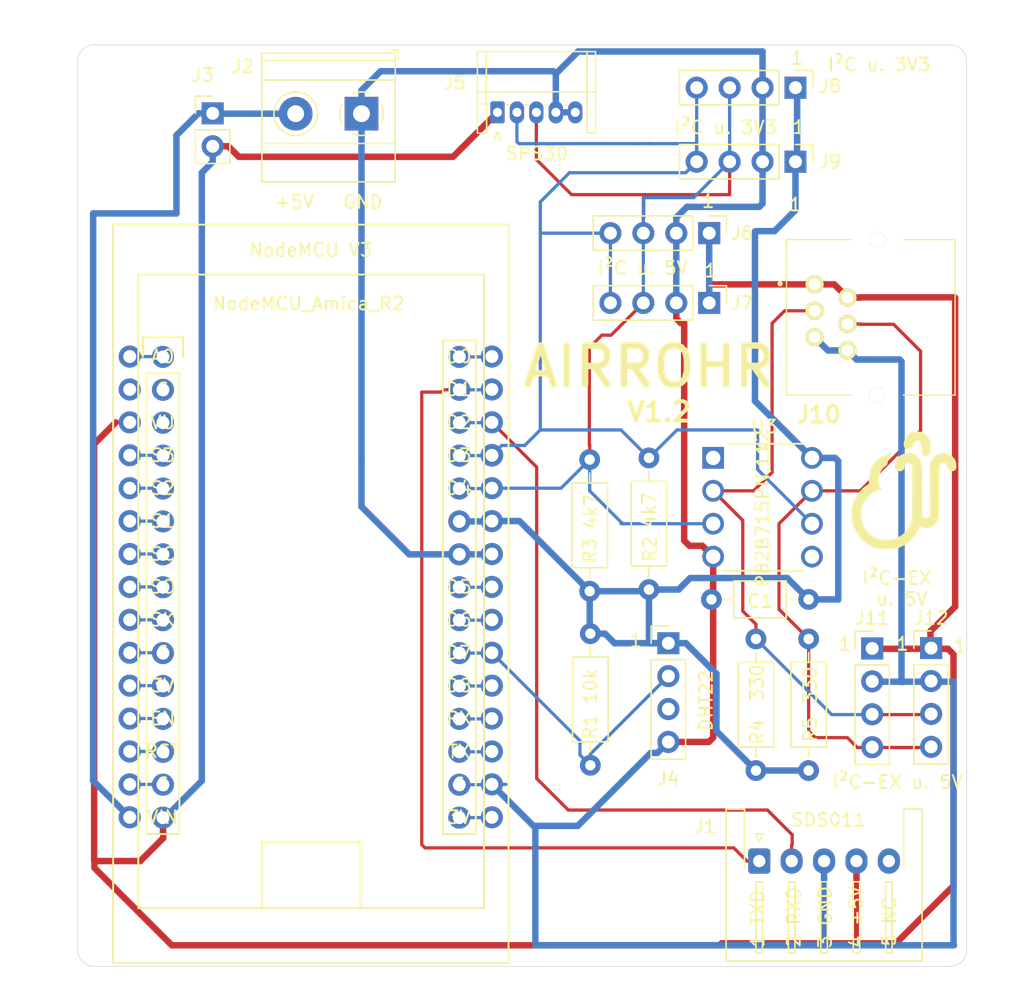
<source format=kicad_pcb>
(kicad_pcb (version 20171130) (host pcbnew "(5.1.4)-1")

  (general
    (thickness 1.6)
    (drawings 35)
    (tracks 321)
    (zones 0)
    (modules 25)
    (nets 34)
  )

  (page A4)
  (layers
    (0 F.Cu signal)
    (31 B.Cu signal)
    (32 B.Adhes user)
    (33 F.Adhes user)
    (34 B.Paste user)
    (35 F.Paste user)
    (36 B.SilkS user)
    (37 F.SilkS user)
    (38 B.Mask user)
    (39 F.Mask user)
    (40 Dwgs.User user)
    (41 Cmts.User user)
    (42 Eco1.User user)
    (43 Eco2.User user)
    (44 Edge.Cuts user)
    (45 Margin user)
    (46 B.CrtYd user)
    (47 F.CrtYd user)
    (48 B.Fab user)
    (49 F.Fab user)
  )

  (setup
    (last_trace_width 0.25)
    (user_trace_width 0.5)
    (trace_clearance 0.2)
    (zone_clearance 0.508)
    (zone_45_only no)
    (trace_min 0.2)
    (via_size 0.8)
    (via_drill 0.4)
    (via_min_size 0.4)
    (via_min_drill 0.3)
    (uvia_size 0.3)
    (uvia_drill 0.1)
    (uvias_allowed no)
    (uvia_min_size 0.2)
    (uvia_min_drill 0.1)
    (edge_width 0.05)
    (segment_width 0.2)
    (pcb_text_width 0.3)
    (pcb_text_size 1.5 1.5)
    (mod_edge_width 0.12)
    (mod_text_size 1 1)
    (mod_text_width 0.15)
    (pad_size 1.524 1.524)
    (pad_drill 0.762)
    (pad_to_mask_clearance 0.051)
    (solder_mask_min_width 0.25)
    (aux_axis_origin 0 0)
    (visible_elements 7FFFFFFF)
    (pcbplotparams
      (layerselection 0x010fc_ffffffff)
      (usegerberextensions false)
      (usegerberattributes false)
      (usegerberadvancedattributes false)
      (creategerberjobfile false)
      (excludeedgelayer true)
      (linewidth 0.100000)
      (plotframeref false)
      (viasonmask false)
      (mode 1)
      (useauxorigin false)
      (hpglpennumber 1)
      (hpglpenspeed 20)
      (hpglpendiameter 15.000000)
      (psnegative false)
      (psa4output false)
      (plotreference true)
      (plotvalue true)
      (plotinvisibletext false)
      (padsonsilk false)
      (subtractmaskfromsilk false)
      (outputformat 1)
      (mirror false)
      (drillshape 0)
      (scaleselection 1)
      (outputdirectory "Gerber/"))
  )

  (net 0 "")
  (net 1 "Net-(U2-Pad3)")
  (net 2 "Net-(U2-Pad2)")
  (net 3 "Net-(U1-Pad30)")
  (net 4 "Net-(U1-Pad23)")
  (net 5 "Net-(U1-Pad22)")
  (net 6 "Net-(U1-Pad20)")
  (net 7 "Net-(U1-Pad19)")
  (net 8 "Net-(U1-Pad18)")
  (net 9 "Net-(U1-Pad13)")
  (net 10 "Net-(U1-Pad12)")
  (net 11 "Net-(U1-Pad9)")
  (net 12 "Net-(U1-Pad8)")
  (net 13 "Net-(U1-Pad7)")
  (net 14 "Net-(U1-Pad6)")
  (net 15 "Net-(U1-Pad5)")
  (net 16 "Net-(U1-Pad4)")
  (net 17 "Net-(U1-Pad2)")
  (net 18 "Net-(U1-Pad1)")
  (net 19 GND)
  (net 20 +3V3)
  (net 21 "Net-(J2-Pad2)")
  (net 22 TXD)
  (net 23 RXD)
  (net 24 +5V)
  (net 25 "Net-(J4-Pad3)")
  (net 26 "Net-(J4-Pad2)")
  (net 27 SDA)
  (net 28 SCL)
  (net 29 SDA-EX)
  (net 30 SCL-EX)
  (net 31 "Net-(U3-Pad5)")
  (net 32 "Net-(U3-Pad1)")
  (net 33 "Net-(J1-Pad5)")

  (net_class Default "Dies ist die voreingestellte Netzklasse."
    (clearance 0.2)
    (trace_width 0.25)
    (via_dia 0.8)
    (via_drill 0.4)
    (uvia_dia 0.3)
    (uvia_drill 0.1)
    (add_net +3V3)
    (add_net +5V)
    (add_net GND)
    (add_net "Net-(J1-Pad5)")
    (add_net "Net-(J2-Pad2)")
    (add_net "Net-(J4-Pad2)")
    (add_net "Net-(J4-Pad3)")
    (add_net "Net-(U1-Pad1)")
    (add_net "Net-(U1-Pad12)")
    (add_net "Net-(U1-Pad13)")
    (add_net "Net-(U1-Pad18)")
    (add_net "Net-(U1-Pad19)")
    (add_net "Net-(U1-Pad2)")
    (add_net "Net-(U1-Pad20)")
    (add_net "Net-(U1-Pad22)")
    (add_net "Net-(U1-Pad23)")
    (add_net "Net-(U1-Pad30)")
    (add_net "Net-(U1-Pad4)")
    (add_net "Net-(U1-Pad5)")
    (add_net "Net-(U1-Pad6)")
    (add_net "Net-(U1-Pad7)")
    (add_net "Net-(U1-Pad8)")
    (add_net "Net-(U1-Pad9)")
    (add_net "Net-(U2-Pad2)")
    (add_net "Net-(U2-Pad3)")
    (add_net "Net-(U3-Pad1)")
    (add_net "Net-(U3-Pad5)")
    (add_net RXD)
    (add_net SCL)
    (add_net SCL-EX)
    (add_net SDA)
    (add_net SDA-EX)
    (add_net TXD)
  )

  (module Connector_PinHeader_2.54mm:PinHeader_1x04_P2.54mm_Vertical (layer F.Cu) (tedit 59FED5CC) (tstamp 5DD1F105)
    (at 205.5368 64.3382)
    (descr "Through hole straight pin header, 1x04, 2.54mm pitch, single row")
    (tags "Through hole pin header THT 1x04 2.54mm single row")
    (path /5DD57444)
    (fp_text reference J12 (at 0 -2.33) (layer F.SilkS)
      (effects (font (size 1 1) (thickness 0.15)))
    )
    (fp_text value Conn_01x04_Male (at 0 9.95) (layer F.Fab)
      (effects (font (size 1 1) (thickness 0.15)))
    )
    (fp_text user %R (at 0 3.81 90) (layer F.Fab)
      (effects (font (size 1 1) (thickness 0.15)))
    )
    (fp_line (start 1.8 -1.8) (end -1.8 -1.8) (layer F.CrtYd) (width 0.05))
    (fp_line (start 1.8 9.4) (end 1.8 -1.8) (layer F.CrtYd) (width 0.05))
    (fp_line (start -1.8 9.4) (end 1.8 9.4) (layer F.CrtYd) (width 0.05))
    (fp_line (start -1.8 -1.8) (end -1.8 9.4) (layer F.CrtYd) (width 0.05))
    (fp_line (start -1.33 -1.33) (end 0 -1.33) (layer F.SilkS) (width 0.12))
    (fp_line (start -1.33 0) (end -1.33 -1.33) (layer F.SilkS) (width 0.12))
    (fp_line (start -1.33 1.27) (end 1.33 1.27) (layer F.SilkS) (width 0.12))
    (fp_line (start 1.33 1.27) (end 1.33 8.95) (layer F.SilkS) (width 0.12))
    (fp_line (start -1.33 1.27) (end -1.33 8.95) (layer F.SilkS) (width 0.12))
    (fp_line (start -1.33 8.95) (end 1.33 8.95) (layer F.SilkS) (width 0.12))
    (fp_line (start -1.27 -0.635) (end -0.635 -1.27) (layer F.Fab) (width 0.1))
    (fp_line (start -1.27 8.89) (end -1.27 -0.635) (layer F.Fab) (width 0.1))
    (fp_line (start 1.27 8.89) (end -1.27 8.89) (layer F.Fab) (width 0.1))
    (fp_line (start 1.27 -1.27) (end 1.27 8.89) (layer F.Fab) (width 0.1))
    (fp_line (start -0.635 -1.27) (end 1.27 -1.27) (layer F.Fab) (width 0.1))
    (pad 4 thru_hole oval (at 0 7.62) (size 1.7 1.7) (drill 1) (layers *.Cu *.Mask)
      (net 29 SDA-EX))
    (pad 3 thru_hole oval (at 0 5.08) (size 1.7 1.7) (drill 1) (layers *.Cu *.Mask)
      (net 30 SCL-EX))
    (pad 2 thru_hole oval (at 0 2.54) (size 1.7 1.7) (drill 1) (layers *.Cu *.Mask)
      (net 19 GND))
    (pad 1 thru_hole rect (at 0 0) (size 1.7 1.7) (drill 1) (layers *.Cu *.Mask)
      (net 24 +5V))
    (model ${KISYS3DMOD}/Connector_PinHeader_2.54mm.3dshapes/PinHeader_1x04_P2.54mm_Vertical.wrl
      (at (xyz 0 0 0))
      (scale (xyz 1 1 1))
      (rotate (xyz 0 0 0))
    )
  )

  (module Connector_PinHeader_2.54mm:PinHeader_1x04_P2.54mm_Vertical (layer F.Cu) (tedit 59FED5CC) (tstamp 5DD1F0ED)
    (at 200.9902 64.3636)
    (descr "Through hole straight pin header, 1x04, 2.54mm pitch, single row")
    (tags "Through hole pin header THT 1x04 2.54mm single row")
    (path /5DD57480)
    (fp_text reference J11 (at 0 -2.33) (layer F.SilkS)
      (effects (font (size 1 1) (thickness 0.15)))
    )
    (fp_text value Conn_01x04_Male (at 0 9.95) (layer F.Fab)
      (effects (font (size 1 1) (thickness 0.15)))
    )
    (fp_text user %R (at 0 3.81 90) (layer F.Fab)
      (effects (font (size 1 1) (thickness 0.15)))
    )
    (fp_line (start 1.8 -1.8) (end -1.8 -1.8) (layer F.CrtYd) (width 0.05))
    (fp_line (start 1.8 9.4) (end 1.8 -1.8) (layer F.CrtYd) (width 0.05))
    (fp_line (start -1.8 9.4) (end 1.8 9.4) (layer F.CrtYd) (width 0.05))
    (fp_line (start -1.8 -1.8) (end -1.8 9.4) (layer F.CrtYd) (width 0.05))
    (fp_line (start -1.33 -1.33) (end 0 -1.33) (layer F.SilkS) (width 0.12))
    (fp_line (start -1.33 0) (end -1.33 -1.33) (layer F.SilkS) (width 0.12))
    (fp_line (start -1.33 1.27) (end 1.33 1.27) (layer F.SilkS) (width 0.12))
    (fp_line (start 1.33 1.27) (end 1.33 8.95) (layer F.SilkS) (width 0.12))
    (fp_line (start -1.33 1.27) (end -1.33 8.95) (layer F.SilkS) (width 0.12))
    (fp_line (start -1.33 8.95) (end 1.33 8.95) (layer F.SilkS) (width 0.12))
    (fp_line (start -1.27 -0.635) (end -0.635 -1.27) (layer F.Fab) (width 0.1))
    (fp_line (start -1.27 8.89) (end -1.27 -0.635) (layer F.Fab) (width 0.1))
    (fp_line (start 1.27 8.89) (end -1.27 8.89) (layer F.Fab) (width 0.1))
    (fp_line (start 1.27 -1.27) (end 1.27 8.89) (layer F.Fab) (width 0.1))
    (fp_line (start -0.635 -1.27) (end 1.27 -1.27) (layer F.Fab) (width 0.1))
    (pad 4 thru_hole oval (at 0 7.62) (size 1.7 1.7) (drill 1) (layers *.Cu *.Mask)
      (net 29 SDA-EX))
    (pad 3 thru_hole oval (at 0 5.08) (size 1.7 1.7) (drill 1) (layers *.Cu *.Mask)
      (net 30 SCL-EX))
    (pad 2 thru_hole oval (at 0 2.54) (size 1.7 1.7) (drill 1) (layers *.Cu *.Mask)
      (net 19 GND))
    (pad 1 thru_hole rect (at 0 0) (size 1.7 1.7) (drill 1) (layers *.Cu *.Mask)
      (net 24 +5V))
    (model ${KISYS3DMOD}/Connector_PinHeader_2.54mm.3dshapes/PinHeader_1x04_P2.54mm_Vertical.wrl
      (at (xyz 0 0 0))
      (scale (xyz 1 1 1))
      (rotate (xyz 0 0 0))
    )
  )

  (module Connector_RJ:RJ12_Pulse_E5566Q0LK22L (layer F.Cu) (tedit 5DD16D65) (tstamp 5DD1C616)
    (at 200.5838 38.8112 90)
    (descr E5566-Q0LK22-L)
    (tags Connector)
    (path /5DD2A5C7)
    (fp_text reference J10 (at -7.493 -3.7338) (layer F.SilkS)
      (effects (font (size 1.27 1.27) (thickness 0.254)))
    )
    (fp_text value RJ12 (at 0 0 90) (layer F.SilkS) hide
      (effects (font (size 1.27 1.27) (thickness 0.254)))
    )
    (fp_line (start -6 -6.2) (end 6 -6.2) (layer Dwgs.User) (width 0.2))
    (fp_line (start 6 -6.2) (end 6 6.8) (layer Dwgs.User) (width 0.2))
    (fp_line (start 6 6.8) (end -6 6.8) (layer Dwgs.User) (width 0.2))
    (fp_line (start -6 6.8) (end -6 -6.2) (layer Dwgs.User) (width 0.2))
    (fp_line (start -8.2 -7.8) (end 8.2 -7.8) (layer Dwgs.User) (width 0.1))
    (fp_line (start 8.2 -7.8) (end 8.2 7.8) (layer Dwgs.User) (width 0.1))
    (fp_line (start 8.2 7.8) (end -8.2 7.8) (layer Dwgs.User) (width 0.1))
    (fp_line (start -8.2 7.8) (end -8.2 -7.8) (layer Dwgs.User) (width 0.1))
    (fp_line (start -6 -1.2) (end -6 -6.2) (layer F.SilkS) (width 0.1))
    (fp_line (start -6 -6.2) (end 6 -6.2) (layer F.SilkS) (width 0.1))
    (fp_line (start 6 -6.2) (end 6 -1.2) (layer F.SilkS) (width 0.1))
    (fp_line (start -6 2.8) (end -6 6.8) (layer F.SilkS) (width 0.1))
    (fp_line (start -6 6.8) (end 6 6.8) (layer F.SilkS) (width 0.1))
    (fp_line (start 6 6.8) (end 6 2.8) (layer F.SilkS) (width 0.1))
    (fp_line (start 2.5 -6.7) (end 2.5 -6.7) (layer F.SilkS) (width 0.2))
    (fp_line (start 2.7 -6.7) (end 2.7 -6.7) (layer F.SilkS) (width 0.2))
    (fp_arc (start 2.6 -6.7) (end 2.5 -6.7) (angle 180) (layer F.SilkS) (width 0.2))
    (fp_arc (start 2.6 -6.7) (end 2.7 -6.7) (angle 180) (layer F.SilkS) (width 0.2))
    (pad 1 thru_hole circle (at 2.55 -4.04 180) (size 1.4 1.4) (drill 0.9) (layers *.Cu *.Mask F.SilkS)
      (net 24 +5V))
    (pad 2 thru_hole circle (at 1.53 -1.5 180) (size 1.4 1.4) (drill 0.9) (layers *.Cu *.Mask F.SilkS)
      (net 24 +5V))
    (pad 3 thru_hole circle (at 0.51 -4.04 180) (size 1.4 1.4) (drill 0.9) (layers *.Cu *.Mask F.SilkS)
      (net 30 SCL-EX))
    (pad 4 thru_hole circle (at -0.51 -1.5 180) (size 1.4 1.4) (drill 0.9) (layers *.Cu *.Mask F.SilkS)
      (net 29 SDA-EX))
    (pad 5 thru_hole circle (at -1.53 -4.04 180) (size 1.4 1.4) (drill 0.9) (layers *.Cu *.Mask F.SilkS)
      (net 19 GND))
    (pad 6 thru_hole circle (at -2.55 -1.5 180) (size 1.4 1.4) (drill 0.9) (layers *.Cu *.Mask F.SilkS)
      (net 19 GND))
    (pad 7 thru_hole circle (at -6 0.8 180) (size 1.2 1.2) (drill 2.4) (layers *.Cu *.Mask F.SilkS))
    (pad 8 thru_hole circle (at 6 0.8 180) (size 1.2 1.2) (drill 2.4) (layers *.Cu *.Mask F.SilkS))
    (model "${KISYS3DMOD}/Connector_RJ.3dshapes/RJ12_Pulse_615006138421 (rev1).wrl"
      (offset (xyz 0 -0.25 7))
      (scale (xyz 0.39 0.39 0.39))
      (rotate (xyz 0 0 0))
    )
  )

  (module Connector_JST:JST_XH_S5B-XH-A-1_1x05_P2.50mm_Horizontal (layer F.Cu) (tedit 5C281476) (tstamp 5D069096)
    (at 192.278 80.772)
    (descr "JST XH series connector, S5B-XH-A-1 (http://www.jst-mfg.com/product/pdf/eng/eXH.pdf), generated with kicad-footprint-generator")
    (tags "connector JST XH horizontal")
    (path /5D2E6852)
    (fp_text reference J1 (at -4.191 -2.667) (layer F.SilkS)
      (effects (font (size 1 1) (thickness 0.15)))
    )
    (fp_text value Conn_01x05 (at 5 8.8) (layer F.Fab)
      (effects (font (size 1 1) (thickness 0.15)))
    )
    (fp_text user %R (at 5 1.85) (layer F.Fab)
      (effects (font (size 1 1) (thickness 0.15)))
    )
    (fp_line (start 0 -0.4) (end 0.625 0.6) (layer F.Fab) (width 0.1))
    (fp_line (start -0.625 0.6) (end 0 -0.4) (layer F.Fab) (width 0.1))
    (fp_line (start 0.3 -2.1) (end 0 -1.5) (layer F.SilkS) (width 0.12))
    (fp_line (start -0.3 -2.1) (end 0.3 -2.1) (layer F.SilkS) (width 0.12))
    (fp_line (start 0 -1.5) (end -0.3 -2.1) (layer F.SilkS) (width 0.12))
    (fp_line (start 10.25 1.6) (end 9.75 1.6) (layer F.SilkS) (width 0.12))
    (fp_line (start 10.25 7.1) (end 10.25 1.6) (layer F.SilkS) (width 0.12))
    (fp_line (start 9.75 7.1) (end 10.25 7.1) (layer F.SilkS) (width 0.12))
    (fp_line (start 9.75 1.6) (end 9.75 7.1) (layer F.SilkS) (width 0.12))
    (fp_line (start 7.75 1.6) (end 7.25 1.6) (layer F.SilkS) (width 0.12))
    (fp_line (start 7.75 7.1) (end 7.75 1.6) (layer F.SilkS) (width 0.12))
    (fp_line (start 7.25 7.1) (end 7.75 7.1) (layer F.SilkS) (width 0.12))
    (fp_line (start 7.25 1.6) (end 7.25 7.1) (layer F.SilkS) (width 0.12))
    (fp_line (start 5.25 1.6) (end 4.75 1.6) (layer F.SilkS) (width 0.12))
    (fp_line (start 5.25 7.1) (end 5.25 1.6) (layer F.SilkS) (width 0.12))
    (fp_line (start 4.75 7.1) (end 5.25 7.1) (layer F.SilkS) (width 0.12))
    (fp_line (start 4.75 1.6) (end 4.75 7.1) (layer F.SilkS) (width 0.12))
    (fp_line (start 2.75 1.6) (end 2.25 1.6) (layer F.SilkS) (width 0.12))
    (fp_line (start 2.75 7.1) (end 2.75 1.6) (layer F.SilkS) (width 0.12))
    (fp_line (start 2.25 7.1) (end 2.75 7.1) (layer F.SilkS) (width 0.12))
    (fp_line (start 2.25 1.6) (end 2.25 7.1) (layer F.SilkS) (width 0.12))
    (fp_line (start 0.25 1.6) (end -0.25 1.6) (layer F.SilkS) (width 0.12))
    (fp_line (start 0.25 7.1) (end 0.25 1.6) (layer F.SilkS) (width 0.12))
    (fp_line (start -0.25 7.1) (end 0.25 7.1) (layer F.SilkS) (width 0.12))
    (fp_line (start -0.25 1.6) (end -0.25 7.1) (layer F.SilkS) (width 0.12))
    (fp_line (start 11.25 0.6) (end 5 0.6) (layer F.Fab) (width 0.1))
    (fp_line (start 11.25 -3.9) (end 11.25 0.6) (layer F.Fab) (width 0.1))
    (fp_line (start 12.45 -3.9) (end 11.25 -3.9) (layer F.Fab) (width 0.1))
    (fp_line (start 12.45 7.6) (end 12.45 -3.9) (layer F.Fab) (width 0.1))
    (fp_line (start 5 7.6) (end 12.45 7.6) (layer F.Fab) (width 0.1))
    (fp_line (start -1.25 0.6) (end 5 0.6) (layer F.Fab) (width 0.1))
    (fp_line (start -1.25 -3.9) (end -1.25 0.6) (layer F.Fab) (width 0.1))
    (fp_line (start -2.45 -3.9) (end -1.25 -3.9) (layer F.Fab) (width 0.1))
    (fp_line (start -2.45 7.6) (end -2.45 -3.9) (layer F.Fab) (width 0.1))
    (fp_line (start 5 7.6) (end -2.45 7.6) (layer F.Fab) (width 0.1))
    (fp_line (start 11.14 -4.01) (end 11.14 0.49) (layer F.SilkS) (width 0.12))
    (fp_line (start 12.56 -4.01) (end 11.14 -4.01) (layer F.SilkS) (width 0.12))
    (fp_line (start 12.56 7.71) (end 12.56 -4.01) (layer F.SilkS) (width 0.12))
    (fp_line (start 5 7.71) (end 12.56 7.71) (layer F.SilkS) (width 0.12))
    (fp_line (start -1.14 -4.01) (end -1.14 0.49) (layer F.SilkS) (width 0.12))
    (fp_line (start -2.56 -4.01) (end -1.14 -4.01) (layer F.SilkS) (width 0.12))
    (fp_line (start -2.56 7.71) (end -2.56 -4.01) (layer F.SilkS) (width 0.12))
    (fp_line (start 5 7.71) (end -2.56 7.71) (layer F.SilkS) (width 0.12))
    (fp_line (start 12.95 -4.4) (end -2.95 -4.4) (layer F.CrtYd) (width 0.05))
    (fp_line (start 12.95 8.1) (end 12.95 -4.4) (layer F.CrtYd) (width 0.05))
    (fp_line (start -2.95 8.1) (end 12.95 8.1) (layer F.CrtYd) (width 0.05))
    (fp_line (start -2.95 -4.4) (end -2.95 8.1) (layer F.CrtYd) (width 0.05))
    (pad 5 thru_hole oval (at 10 0) (size 1.7 1.95) (drill 0.95) (layers *.Cu *.Mask)
      (net 33 "Net-(J1-Pad5)"))
    (pad 4 thru_hole oval (at 7.5 0) (size 1.7 1.95) (drill 0.95) (layers *.Cu *.Mask)
      (net 24 +5V))
    (pad 3 thru_hole oval (at 5 0) (size 1.7 1.95) (drill 0.95) (layers *.Cu *.Mask)
      (net 19 GND))
    (pad 2 thru_hole oval (at 2.5 0) (size 1.7 1.95) (drill 0.95) (layers *.Cu *.Mask)
      (net 23 RXD))
    (pad 1 thru_hole roundrect (at 0 0) (size 1.7 1.95) (drill 0.95) (layers *.Cu *.Mask) (roundrect_rratio 0.147059)
      (net 22 TXD))
    (model ${KISYS3DMOD}/Connector_JST.3dshapes/JST_XH_S5B-XH-A-1_1x05_P2.50mm_Horizontal.wrl
      (at (xyz 0 0 0))
      (scale (xyz 1 1 1))
      (rotate (xyz 0 0 0))
    )
  )

  (module Connector_PinHeader_2.54mm:PinHeader_1x04_P2.54mm_Vertical (layer F.Cu) (tedit 59FED5CC) (tstamp 5D0E0667)
    (at 195.072 26.797 270)
    (descr "Through hole straight pin header, 1x04, 2.54mm pitch, single row")
    (tags "Through hole pin header THT 1x04 2.54mm single row")
    (path /5D3994C8)
    (fp_text reference J9 (at 0 -2.667) (layer F.SilkS)
      (effects (font (size 1 1) (thickness 0.15)))
    )
    (fp_text value Conn_01x04_Male (at 0 9.95 90) (layer F.Fab)
      (effects (font (size 1 1) (thickness 0.15)))
    )
    (fp_text user %R (at 0 3.81) (layer F.Fab)
      (effects (font (size 1 1) (thickness 0.15)))
    )
    (fp_line (start 1.8 -1.8) (end -1.8 -1.8) (layer F.CrtYd) (width 0.05))
    (fp_line (start 1.8 9.4) (end 1.8 -1.8) (layer F.CrtYd) (width 0.05))
    (fp_line (start -1.8 9.4) (end 1.8 9.4) (layer F.CrtYd) (width 0.05))
    (fp_line (start -1.8 -1.8) (end -1.8 9.4) (layer F.CrtYd) (width 0.05))
    (fp_line (start -1.33 -1.33) (end 0 -1.33) (layer F.SilkS) (width 0.12))
    (fp_line (start -1.33 0) (end -1.33 -1.33) (layer F.SilkS) (width 0.12))
    (fp_line (start -1.33 1.27) (end 1.33 1.27) (layer F.SilkS) (width 0.12))
    (fp_line (start 1.33 1.27) (end 1.33 8.95) (layer F.SilkS) (width 0.12))
    (fp_line (start -1.33 1.27) (end -1.33 8.95) (layer F.SilkS) (width 0.12))
    (fp_line (start -1.33 8.95) (end 1.33 8.95) (layer F.SilkS) (width 0.12))
    (fp_line (start -1.27 -0.635) (end -0.635 -1.27) (layer F.Fab) (width 0.1))
    (fp_line (start -1.27 8.89) (end -1.27 -0.635) (layer F.Fab) (width 0.1))
    (fp_line (start 1.27 8.89) (end -1.27 8.89) (layer F.Fab) (width 0.1))
    (fp_line (start 1.27 -1.27) (end 1.27 8.89) (layer F.Fab) (width 0.1))
    (fp_line (start -0.635 -1.27) (end 1.27 -1.27) (layer F.Fab) (width 0.1))
    (pad 4 thru_hole oval (at 0 7.62 270) (size 1.7 1.7) (drill 1) (layers *.Cu *.Mask)
      (net 27 SDA))
    (pad 3 thru_hole oval (at 0 5.08 270) (size 1.7 1.7) (drill 1) (layers *.Cu *.Mask)
      (net 28 SCL))
    (pad 2 thru_hole oval (at 0 2.54 270) (size 1.7 1.7) (drill 1) (layers *.Cu *.Mask)
      (net 19 GND))
    (pad 1 thru_hole rect (at 0 0 270) (size 1.7 1.7) (drill 1) (layers *.Cu *.Mask)
      (net 20 +3V3))
    (model ${KISYS3DMOD}/Connector_PinHeader_2.54mm.3dshapes/PinHeader_1x04_P2.54mm_Vertical.wrl
      (at (xyz 0 0 0))
      (scale (xyz 1 1 1))
      (rotate (xyz 0 0 0))
    )
  )

  (module Connector_PinHeader_2.54mm:PinHeader_1x04_P2.54mm_Vertical (layer F.Cu) (tedit 59FED5CC) (tstamp 5D0C0A5B)
    (at 195.072 21.082 270)
    (descr "Through hole straight pin header, 1x04, 2.54mm pitch, single row")
    (tags "Through hole pin header THT 1x04 2.54mm single row")
    (path /5D145396)
    (fp_text reference J8 (at -0.127 -2.667) (layer F.SilkS)
      (effects (font (size 1 1) (thickness 0.15)))
    )
    (fp_text value Conn_01x04_Male (at 0 9.95 90) (layer F.Fab)
      (effects (font (size 1 1) (thickness 0.15)))
    )
    (fp_text user %R (at 1.651 4.318) (layer F.Fab)
      (effects (font (size 1 1) (thickness 0.15)))
    )
    (fp_line (start 1.8 -1.8) (end -1.8 -1.8) (layer F.CrtYd) (width 0.05))
    (fp_line (start 1.8 9.4) (end 1.8 -1.8) (layer F.CrtYd) (width 0.05))
    (fp_line (start -1.8 9.4) (end 1.8 9.4) (layer F.CrtYd) (width 0.05))
    (fp_line (start -1.8 -1.8) (end -1.8 9.4) (layer F.CrtYd) (width 0.05))
    (fp_line (start -1.33 -1.33) (end 0 -1.33) (layer F.SilkS) (width 0.12))
    (fp_line (start -1.33 0) (end -1.33 -1.33) (layer F.SilkS) (width 0.12))
    (fp_line (start -1.33 1.27) (end 1.33 1.27) (layer F.SilkS) (width 0.12))
    (fp_line (start 1.33 1.27) (end 1.33 8.95) (layer F.SilkS) (width 0.12))
    (fp_line (start -1.33 1.27) (end -1.33 8.95) (layer F.SilkS) (width 0.12))
    (fp_line (start -1.33 8.95) (end 1.33 8.95) (layer F.SilkS) (width 0.12))
    (fp_line (start -1.27 -0.635) (end -0.635 -1.27) (layer F.Fab) (width 0.1))
    (fp_line (start -1.27 8.89) (end -1.27 -0.635) (layer F.Fab) (width 0.1))
    (fp_line (start 1.27 8.89) (end -1.27 8.89) (layer F.Fab) (width 0.1))
    (fp_line (start 1.27 -1.27) (end 1.27 8.89) (layer F.Fab) (width 0.1))
    (fp_line (start -0.635 -1.27) (end 1.27 -1.27) (layer F.Fab) (width 0.1))
    (pad 4 thru_hole oval (at 0 7.62 270) (size 1.7 1.7) (drill 1) (layers *.Cu *.Mask)
      (net 27 SDA))
    (pad 3 thru_hole oval (at 0 5.08 270) (size 1.7 1.7) (drill 1) (layers *.Cu *.Mask)
      (net 28 SCL))
    (pad 2 thru_hole oval (at 0 2.54 270) (size 1.7 1.7) (drill 1) (layers *.Cu *.Mask)
      (net 19 GND))
    (pad 1 thru_hole rect (at 0 0 270) (size 1.7 1.7) (drill 1) (layers *.Cu *.Mask)
      (net 20 +3V3))
    (model ${KISYS3DMOD}/Connector_PinHeader_2.54mm.3dshapes/PinHeader_1x04_P2.54mm_Vertical.wrl
      (at (xyz 0 0 0))
      (scale (xyz 1 1 1))
      (rotate (xyz 0 0 0))
    )
  )

  (module nodemcu:NodeMCU_Amica_R2 (layer F.Cu) (tedit 5D16389E) (tstamp 5D076700)
    (at 146.2786 41.8592)
    (descr "Through-hole-mounted NodeMCU 0.9")
    (tags nodemcu)
    (path /5D065B66)
    (fp_text reference U2 (at 11.43 12.68) (layer F.SilkS) hide
      (effects (font (size 1 1) (thickness 0.15)))
    )
    (fp_text value NodeMCU_Amica_R2 (at 11.2268 -4.1148) (layer F.SilkS)
      (effects (font (size 1 1) (thickness 0.15)))
    )
    (fp_line (start 24.13 36.83) (end 24.13 -1.27) (layer F.SilkS) (width 0.15))
    (fp_line (start 24.13 -1.27) (end 21.59 -1.27) (layer F.SilkS) (width 0.15))
    (fp_line (start 21.59 -1.27) (end 21.59 36.83) (layer F.SilkS) (width 0.15))
    (fp_line (start 21.59 36.83) (end 24.13 36.83) (layer F.SilkS) (width 0.15))
    (fp_line (start -1.55 -1.55) (end 1.55 -1.55) (layer F.SilkS) (width 0.15))
    (fp_line (start -1.55 0) (end -1.55 -1.55) (layer F.SilkS) (width 0.15))
    (fp_line (start 1.27 1.27) (end -1.27 1.27) (layer F.SilkS) (width 0.15))
    (fp_line (start 1.55 -1.55) (end 1.55 0) (layer F.SilkS) (width 0.15))
    (fp_line (start 1.27 36.83) (end 1.27 1.27) (layer F.SilkS) (width 0.15))
    (fp_line (start -1.27 36.83) (end 1.27 36.83) (layer F.SilkS) (width 0.15))
    (fp_line (start -1.27 1.27) (end -1.27 36.83) (layer F.SilkS) (width 0.15))
    (fp_line (start -1.905 -6.35) (end 24.765 -6.35) (layer F.SilkS) (width 0.15))
    (fp_line (start 24.765 -6.35) (end 24.765 42.545) (layer F.SilkS) (width 0.15))
    (fp_line (start 24.765 42.545) (end -1.905 42.545) (layer F.SilkS) (width 0.15))
    (fp_line (start -1.905 42.545) (end -1.905 -6.35) (layer F.SilkS) (width 0.15))
    (fp_line (start 7.62 42.545) (end 7.62 37.465) (layer F.SilkS) (width 0.15))
    (fp_line (start 7.62 37.465) (end 15.24 37.465) (layer F.SilkS) (width 0.15))
    (fp_line (start 15.24 37.465) (end 15.24 42.545) (layer F.SilkS) (width 0.15))
    (pad 29 thru_hole circle (at 22.86 2.54) (size 1.7 1.7) (drill 1) (layers *.Cu *.Mask)
      (net 22 TXD))
    (pad 27 thru_hole circle (at 22.86 7.62) (size 1.7 1.7) (drill 1) (layers *.Cu *.Mask)
      (net 27 SDA))
    (pad 28 thru_hole circle (at 22.86 5.08) (size 1.7 1.7) (drill 1) (layers *.Cu *.Mask)
      (net 23 RXD))
    (pad 20 thru_hole circle (at 22.86 25.4) (size 1.7 1.7) (drill 1) (layers *.Cu *.Mask)
      (net 6 "Net-(U1-Pad20)"))
    (pad 21 thru_hole circle (at 22.86 22.86) (size 1.7 1.7) (drill 1) (layers *.Cu *.Mask)
      (net 26 "Net-(J4-Pad2)"))
    (pad 23 thru_hole circle (at 22.86 17.78) (size 1.7 1.7) (drill 1) (layers *.Cu *.Mask)
      (net 4 "Net-(U1-Pad23)"))
    (pad 22 thru_hole circle (at 22.86 20.32) (size 1.7 1.7) (drill 1) (layers *.Cu *.Mask)
      (net 5 "Net-(U1-Pad22)"))
    (pad 16 thru_hole circle (at 22.86 35.56) (size 1.7 1.7) (drill 1) (layers *.Cu *.Mask)
      (net 20 +3V3))
    (pad 24 thru_hole circle (at 22.86 15.24) (size 1.7 1.7) (drill 1) (layers *.Cu *.Mask)
      (net 19 GND))
    (pad 26 thru_hole circle (at 22.86 10.16) (size 1.7 1.7) (drill 1) (layers *.Cu *.Mask)
      (net 28 SCL))
    (pad 25 thru_hole circle (at 22.86 12.7) (size 1.7 1.7) (drill 1) (layers *.Cu *.Mask)
      (net 20 +3V3))
    (pad 19 thru_hole circle (at 22.86 27.94) (size 1.7 1.7) (drill 1) (layers *.Cu *.Mask)
      (net 7 "Net-(U1-Pad19)"))
    (pad 17 thru_hole circle (at 22.86 33.02) (size 1.7 1.7) (drill 1) (layers *.Cu *.Mask)
      (net 19 GND))
    (pad 18 thru_hole circle (at 22.86 30.48) (size 1.7 1.7) (drill 1) (layers *.Cu *.Mask)
      (net 8 "Net-(U1-Pad18)"))
    (pad 30 thru_hole circle (at 22.86 0) (size 1.7 1.7) (drill 1) (layers *.Cu *.Mask)
      (net 3 "Net-(U1-Pad30)"))
    (pad 15 thru_hole circle (at 0 35.56) (size 1.7 1.7) (drill 1) (layers *.Cu *.Mask)
      (net 24 +5V))
    (pad 14 thru_hole circle (at 0 33.02) (size 1.7 1.7) (drill 1) (layers *.Cu *.Mask)
      (net 19 GND))
    (pad 13 thru_hole circle (at 0 30.48) (size 1.7 1.7) (drill 1) (layers *.Cu *.Mask)
      (net 9 "Net-(U1-Pad13)"))
    (pad 12 thru_hole circle (at 0 27.94) (size 1.7 1.7) (drill 1) (layers *.Cu *.Mask)
      (net 10 "Net-(U1-Pad12)"))
    (pad 11 thru_hole circle (at 0 25.4) (size 1.7 1.7) (drill 1) (layers *.Cu *.Mask)
      (net 20 +3V3))
    (pad 10 thru_hole circle (at 0 22.86) (size 1.7 1.7) (drill 1) (layers *.Cu *.Mask)
      (net 19 GND))
    (pad 9 thru_hole circle (at 0 20.32) (size 1.7 1.7) (drill 1) (layers *.Cu *.Mask)
      (net 11 "Net-(U1-Pad9)"))
    (pad 8 thru_hole circle (at 0 17.78) (size 1.7 1.7) (drill 1) (layers *.Cu *.Mask)
      (net 12 "Net-(U1-Pad8)"))
    (pad 7 thru_hole circle (at 0 15.24) (size 1.7 1.7) (drill 1) (layers *.Cu *.Mask)
      (net 13 "Net-(U1-Pad7)"))
    (pad 6 thru_hole circle (at 0 12.7) (size 1.7 1.7) (drill 1) (layers *.Cu *.Mask)
      (net 14 "Net-(U1-Pad6)"))
    (pad 5 thru_hole circle (at 0 10.16) (size 1.7 1.7) (drill 1) (layers *.Cu *.Mask)
      (net 15 "Net-(U1-Pad5)"))
    (pad 4 thru_hole circle (at 0 7.62) (size 1.7 1.7) (drill 1) (layers *.Cu *.Mask)
      (net 16 "Net-(U1-Pad4)"))
    (pad 3 thru_hole circle (at 0 5.08) (size 1.7 1.7) (drill 1) (layers *.Cu *.Mask)
      (net 1 "Net-(U2-Pad3)"))
    (pad 2 thru_hole circle (at 0 2.54) (size 1.7 1.7) (drill 1) (layers *.Cu *.Mask)
      (net 2 "Net-(U2-Pad2)"))
    (pad 1 thru_hole circle (at 0 0) (size 1.7 1.7) (drill 1) (layers *.Cu *.Mask)
      (net 18 "Net-(U1-Pad1)"))
  )

  (module ESP8266:NodeMCU-LoLinV3 (layer F.Cu) (tedit 5D16365B) (tstamp 5D0766C8)
    (at 157.6832 62.1538)
    (path /5D069394)
    (fp_text reference U1 (at 0 0) (layer F.SilkS) hide
      (effects (font (size 1 1) (thickness 0.15)))
    )
    (fp_text value "NodeMCU V3" (at 0 -28.5496) (layer F.SilkS)
      (effects (font (size 1 1) (thickness 0.15)))
    )
    (fp_line (start 15.25 26.5) (end 15.25 -30.5) (layer F.SilkS) (width 0.15))
    (fp_line (start -15.25 26.5) (end 15.25 26.5) (layer F.SilkS) (width 0.15))
    (fp_line (start -15.25 -30.5) (end -15.25 26.5) (layer F.SilkS) (width 0.15))
    (fp_line (start -14.75 -30.5) (end -15.25 -30.5) (layer F.SilkS) (width 0.15))
    (fp_line (start 15.25 -30.5) (end -14.75 -30.5) (layer F.SilkS) (width 0.15))
    (fp_text user D0 (at 11.43 -20.32) (layer F.SilkS)
      (effects (font (size 1 1) (thickness 0.15)))
    )
    (fp_text user D1 (at 11.43 -17.78) (layer F.SilkS)
      (effects (font (size 1 1) (thickness 0.15)))
    )
    (fp_text user D2 (at 11.43 -15.24) (layer F.SilkS)
      (effects (font (size 1 1) (thickness 0.15)))
    )
    (fp_text user D3 (at 11.43 -12.7) (layer F.SilkS)
      (effects (font (size 1 1) (thickness 0.15)))
    )
    (fp_text user D4 (at 11.43 -10.16) (layer F.SilkS)
      (effects (font (size 1 1) (thickness 0.15)))
    )
    (fp_text user 3V (at -11.43 5.08) (layer F.SilkS)
      (effects (font (size 1 1) (thickness 0.15)))
    )
    (fp_text user G (at -11.43 12.7) (layer F.SilkS)
      (effects (font (size 1 1) (thickness 0.15)))
    )
    (fp_text user D5 (at 11.43 -2.54) (layer F.SilkS)
      (effects (font (size 1 1) (thickness 0.15)))
    )
    (fp_text user D6 (at 11.43 0) (layer F.SilkS)
      (effects (font (size 1 1) (thickness 0.15)))
    )
    (fp_text user D7 (at 11.43 2.54) (layer F.SilkS)
      (effects (font (size 1 1) (thickness 0.15)))
    )
    (fp_text user D8 (at 11.43 5.08) (layer F.SilkS)
      (effects (font (size 1 1) (thickness 0.15)))
    )
    (fp_text user RX (at 11.43 7.62) (layer F.SilkS)
      (effects (font (size 1 1) (thickness 0.15)))
    )
    (fp_text user TX (at 11.43 10.16) (layer F.SilkS)
      (effects (font (size 1 1) (thickness 0.15)))
    )
    (fp_text user G (at 11.43 12.7) (layer F.SilkS)
      (effects (font (size 1 1) (thickness 0.15)))
    )
    (fp_text user 3V (at 11.43 15.24) (layer F.SilkS)
      (effects (font (size 1 1) (thickness 0.15)))
    )
    (fp_text user A0 (at -11.43 -20.32) (layer F.SilkS)
      (effects (font (size 1 1) (thickness 0.15)))
    )
    (fp_text user G (at -11.43 -17.78) (layer F.SilkS)
      (effects (font (size 1 1) (thickness 0.15)))
    )
    (fp_text user VU (at -11.43 -15.24) (layer F.SilkS)
      (effects (font (size 1 1) (thickness 0.15)))
    )
    (fp_text user S3 (at -11.43 -12.7) (layer F.SilkS)
      (effects (font (size 1 1) (thickness 0.15)))
    )
    (fp_text user S2 (at -11.43 -10.16) (layer F.SilkS)
      (effects (font (size 1 1) (thickness 0.15)))
    )
    (fp_text user S1 (at -11.43 -7.62) (layer F.SilkS)
      (effects (font (size 1 1) (thickness 0.15)))
    )
    (fp_text user SC (at -11.43 -5.08) (layer F.SilkS)
      (effects (font (size 1 1) (thickness 0.15)))
    )
    (fp_text user SO (at -11.43 -2.54) (layer F.SilkS)
      (effects (font (size 1 1) (thickness 0.15)))
    )
    (fp_text user SK (at -11.43 0) (layer F.SilkS)
      (effects (font (size 1 1) (thickness 0.15)))
    )
    (fp_text user G (at -11.43 2.54) (layer F.SilkS)
      (effects (font (size 1 1) (thickness 0.15)))
    )
    (fp_text user 3V (at -11.43 5.08) (layer F.SilkS)
      (effects (font (size 1 1) (thickness 0.15)))
    )
    (fp_text user EN (at -11.43 7.62) (layer F.SilkS)
      (effects (font (size 1 1) (thickness 0.15)))
    )
    (fp_text user RST (at -11.43 10.16) (layer F.SilkS)
      (effects (font (size 1 1) (thickness 0.15)))
    )
    (fp_text user G (at -11.43 12.7) (layer F.SilkS)
      (effects (font (size 1 1) (thickness 0.15)))
    )
    (fp_text user VIN (at -11.43 15.24) (layer F.SilkS)
      (effects (font (size 1 1) (thickness 0.15)))
    )
    (pad 30 thru_hole circle (at 13.97 -20.32) (size 1.7 1.7) (drill 1) (layers *.Cu *.Mask)
      (net 3 "Net-(U1-Pad30)"))
    (pad 29 thru_hole circle (at 13.97 -17.78) (size 1.7 1.7) (drill 1) (layers *.Cu *.Mask)
      (net 22 TXD))
    (pad 28 thru_hole circle (at 13.97 -15.24) (size 1.7 1.7) (drill 1) (layers *.Cu *.Mask)
      (net 23 RXD))
    (pad 27 thru_hole circle (at 13.97 -12.7) (size 1.74 1.74) (drill 1) (layers *.Cu *.Mask)
      (net 27 SDA))
    (pad 26 thru_hole circle (at 13.97 -10.16) (size 1.7 1.7) (drill 1) (layers *.Cu *.Mask)
      (net 28 SCL))
    (pad 25 thru_hole circle (at 13.97 -7.62) (size 1.7 1.7) (drill 1) (layers *.Cu *.Mask)
      (net 20 +3V3))
    (pad 24 thru_hole circle (at 13.97 -5.08) (size 1.7 1.7) (drill 1) (layers *.Cu *.Mask)
      (net 19 GND))
    (pad 23 thru_hole circle (at 13.97 -2.54) (size 1.7 1.7) (drill 1) (layers *.Cu *.Mask)
      (net 4 "Net-(U1-Pad23)"))
    (pad 22 thru_hole circle (at 13.97 0) (size 1.7 1.7) (drill 1) (layers *.Cu *.Mask)
      (net 5 "Net-(U1-Pad22)"))
    (pad 21 thru_hole circle (at 13.97 2.54) (size 1.7 1.7) (drill 1) (layers *.Cu *.Mask)
      (net 26 "Net-(J4-Pad2)"))
    (pad 20 thru_hole circle (at 13.97 5.08) (size 1.7 1.7) (drill 1) (layers *.Cu *.Mask)
      (net 6 "Net-(U1-Pad20)"))
    (pad 19 thru_hole circle (at 13.97 7.62) (size 1.7 1.7) (drill 1) (layers *.Cu *.Mask)
      (net 7 "Net-(U1-Pad19)"))
    (pad 18 thru_hole circle (at 13.97 10.16) (size 1.7 1.7) (drill 1) (layers *.Cu *.Mask)
      (net 8 "Net-(U1-Pad18)"))
    (pad 17 thru_hole circle (at 13.97 12.7) (size 1.7 1.7) (drill 1) (layers *.Cu *.Mask)
      (net 19 GND))
    (pad 16 thru_hole circle (at 13.97 15.24) (size 1.7 1.7) (drill 1) (layers *.Cu *.Mask)
      (net 20 +3V3))
    (pad 15 thru_hole circle (at -13.97 15.24) (size 1.7 1.7) (drill 1) (layers *.Cu *.Mask)
      (net 21 "Net-(J2-Pad2)"))
    (pad 14 thru_hole circle (at -13.97 12.7) (size 1.7 1.7) (drill 1) (layers *.Cu *.Mask)
      (net 19 GND))
    (pad 13 thru_hole circle (at -13.97 10.16) (size 1.7 1.7) (drill 1) (layers *.Cu *.Mask)
      (net 9 "Net-(U1-Pad13)"))
    (pad 12 thru_hole circle (at -13.97 7.62) (size 1.7 1.7) (drill 1) (layers *.Cu *.Mask)
      (net 10 "Net-(U1-Pad12)"))
    (pad 11 thru_hole circle (at -13.97 5.08) (size 1.7 1.7) (drill 1) (layers *.Cu *.Mask)
      (net 20 +3V3))
    (pad 10 thru_hole circle (at -13.97 2.54) (size 1.7 1.7) (drill 1) (layers *.Cu *.Mask)
      (net 19 GND))
    (pad 9 thru_hole circle (at -13.97 0) (size 1.7 1.7) (drill 1) (layers *.Cu *.Mask)
      (net 11 "Net-(U1-Pad9)"))
    (pad 8 thru_hole circle (at -13.97 -2.54) (size 1.7 1.7) (drill 1) (layers *.Cu *.Mask)
      (net 12 "Net-(U1-Pad8)"))
    (pad 7 thru_hole circle (at -13.97 -5.08) (size 1.7 1.7) (drill 1) (layers *.Cu *.Mask)
      (net 13 "Net-(U1-Pad7)"))
    (pad 6 thru_hole circle (at -13.97 -7.62) (size 1.7 1.7) (drill 1) (layers *.Cu *.Mask)
      (net 14 "Net-(U1-Pad6)"))
    (pad 5 thru_hole circle (at -13.97 -10.16) (size 1.7 1.7) (drill 1) (layers *.Cu *.Mask)
      (net 15 "Net-(U1-Pad5)"))
    (pad 4 thru_hole circle (at -13.97 -12.7) (size 1.7 1.7) (drill 1) (layers *.Cu *.Mask)
      (net 16 "Net-(U1-Pad4)"))
    (pad 3 thru_hole circle (at -13.97 -15.24) (size 1.7 1.7) (drill 1) (layers *.Cu *.Mask)
      (net 24 +5V))
    (pad 2 thru_hole circle (at -13.97 -17.78) (size 1.7 1.7) (drill 1) (layers *.Cu *.Mask)
      (net 17 "Net-(U1-Pad2)"))
    (pad 1 thru_hole circle (at -13.97 -20.32) (size 1.7 1.7) (drill 1) (layers *.Cu *.Mask)
      (net 18 "Net-(U1-Pad1)"))
  )

  (module "logos eigene:logo luftdaten.info" (layer F.Cu) (tedit 0) (tstamp 5D0E981B)
    (at 203.4794 52.1716 90)
    (fp_text reference G*** (at 0 0 90) (layer F.SilkS) hide
      (effects (font (size 1.524 1.524) (thickness 0.3)))
    )
    (fp_text value LOGO (at 0.75 0 90) (layer F.SilkS) hide
      (effects (font (size 1.524 1.524) (thickness 0.3)))
    )
    (fp_poly (pts (xy 3.755629 -0.03606) (xy 3.871683 0.002212) (xy 4.097614 0.110327) (xy 4.27774 0.249729)
      (xy 4.426716 0.4323) (xy 4.453253 0.473728) (xy 4.487682 0.540871) (xy 4.51058 0.619788)
      (xy 4.525016 0.726784) (xy 4.53406 0.878168) (xy 4.535286 0.909596) (xy 4.537266 1.113001)
      (xy 4.523232 1.270547) (xy 4.488965 1.398772) (xy 4.430247 1.514211) (xy 4.354285 1.61925)
      (xy 4.273477 1.716965) (xy 4.206338 1.784904) (xy 4.131735 1.840592) (xy 4.028534 1.901555)
      (xy 3.984625 1.925804) (xy 3.916944 1.960762) (xy 3.854035 1.985235) (xy 3.782166 2.001411)
      (xy 3.687606 2.011476) (xy 3.556626 2.017619) (xy 3.381375 2.021907) (xy 3.214459 2.023229)
      (xy 3.065978 2.020556) (xy 2.949677 2.014413) (xy 2.879303 2.005325) (xy 2.869822 2.002375)
      (xy 2.766293 1.926587) (xy 2.696847 1.812856) (xy 2.665267 1.679046) (xy 2.675339 1.54302)
      (xy 2.730848 1.422644) (xy 2.743613 1.406707) (xy 2.779182 1.368688) (xy 2.817056 1.342664)
      (xy 2.870169 1.325585) (xy 2.951458 1.314403) (xy 3.073859 1.306066) (xy 3.196051 1.300052)
      (xy 3.411253 1.285932) (xy 3.570859 1.263741) (xy 3.682656 1.229282) (xy 3.754431 1.178355)
      (xy 3.793968 1.106763) (xy 3.809054 1.010307) (xy 3.81 0.969019) (xy 3.783001 0.849033)
      (xy 3.711114 0.755944) (xy 3.608001 0.704322) (xy 3.556326 0.6985) (xy 3.456787 0.680598)
      (xy 3.37232 0.64295) (xy 3.261692 0.556816) (xy 3.20078 0.464004) (xy 3.177515 0.343179)
      (xy 3.176056 0.295999) (xy 3.179689 0.19416) (xy 3.200443 0.128176) (xy 3.250616 0.070586)
      (xy 3.293359 0.034061) (xy 3.424075 -0.040845) (xy 3.575947 -0.064097) (xy 3.755629 -0.03606)) (layer F.SilkS) (width 0.01))
    (fp_poly (pts (xy -1.565841 -4.056015) (xy -1.317239 -4.033177) (xy -1.102881 -3.99716) (xy -0.934086 -3.949639)
      (xy -0.867104 -3.920432) (xy -0.797179 -3.887719) (xy -0.752941 -3.873703) (xy -0.752584 -3.873696)
      (xy -0.715556 -3.858675) (xy -0.637565 -3.818604) (xy -0.532343 -3.760689) (xy -0.475401 -3.72821)
      (xy -0.253398 -3.580766) (xy -0.030355 -3.398154) (xy 0.175131 -3.197431) (xy 0.34446 -2.995651)
      (xy 0.383087 -2.940949) (xy 0.519954 -2.737653) (xy 0.823539 -2.739073) (xy 1.014446 -2.733309)
      (xy 1.20223 -2.715883) (xy 1.370061 -2.689217) (xy 1.501108 -2.655731) (xy 1.553857 -2.634019)
      (xy 1.610256 -2.606371) (xy 1.69982 -2.56433) (xy 1.757984 -2.537605) (xy 1.837339 -2.494252)
      (xy 1.940192 -2.42819) (xy 2.054325 -2.348565) (xy 2.167518 -2.264525) (xy 2.267553 -2.185219)
      (xy 2.342211 -2.119793) (xy 2.379273 -2.077397) (xy 2.38125 -2.070981) (xy 2.40089 -2.033861)
      (xy 2.448955 -1.974336) (xy 2.45675 -1.965803) (xy 2.521468 -1.880933) (xy 2.597253 -1.759371)
      (xy 2.674097 -1.62) (xy 2.741994 -1.481701) (xy 2.790935 -1.363357) (xy 2.808698 -1.30175)
      (xy 2.833377 -1.203367) (xy 2.86406 -1.120519) (xy 2.864688 -1.119236) (xy 2.886783 -1.054635)
      (xy 2.867193 -1.030406) (xy 2.802934 -1.046014) (xy 2.708902 -1.091298) (xy 2.53708 -1.178586)
      (xy 2.398713 -1.237767) (xy 2.274544 -1.27614) (xy 2.162556 -1.29836) (xy 2.041375 -1.327808)
      (xy 1.966039 -1.374101) (xy 1.94397 -1.400486) (xy 1.810212 -1.570327) (xy 1.660971 -1.709484)
      (xy 1.480606 -1.83019) (xy 1.253473 -1.944683) (xy 1.241223 -1.950189) (xy 1.17739 -1.964837)
      (xy 1.068048 -1.976347) (xy 0.931167 -1.983173) (xy 0.844348 -1.984375) (xy 0.670975 -1.980877)
      (xy 0.537741 -1.96662) (xy 0.421488 -1.935964) (xy 0.29906 -1.883267) (xy 0.185601 -1.823898)
      (xy 0.114318 -1.787958) (xy 0.079266 -1.790568) (xy 0.061894 -1.8412) (xy 0.053405 -1.891403)
      (xy 0.01843 -2.014279) (xy -0.047127 -2.167826) (xy -0.133581 -2.333613) (xy -0.231245 -2.493214)
      (xy -0.330431 -2.6282) (xy -0.339618 -2.639117) (xy -0.510617 -2.816014) (xy -0.702193 -2.975248)
      (xy -0.894285 -3.100954) (xy -0.976772 -3.142915) (xy -1.07413 -3.187951) (xy -1.153631 -3.226032)
      (xy -1.180027 -3.239382) (xy -1.280464 -3.274188) (xy -1.42871 -3.301735) (xy -1.609323 -3.320406)
      (xy -1.806865 -3.328584) (xy -1.997896 -3.325072) (xy -2.305222 -3.290357) (xy -2.576341 -3.216353)
      (xy -2.828832 -3.097527) (xy -2.940375 -3.028412) (xy -3.061828 -2.935862) (xy -3.194129 -2.815978)
      (xy -3.322256 -2.684331) (xy -3.431189 -2.556494) (xy -3.505907 -2.448037) (xy -3.513079 -2.434708)
      (xy -3.552731 -2.363105) (xy -3.582016 -2.320158) (xy -3.584541 -2.31775) (xy -3.610798 -2.275609)
      (xy -3.64871 -2.190338) (xy -3.691605 -2.079605) (xy -3.732813 -1.961079) (xy -3.765663 -1.852429)
      (xy -3.776329 -1.80975) (xy -3.795904 -1.679014) (xy -3.805599 -1.516921) (xy -3.806202 -1.338013)
      (xy -3.798498 -1.156836) (xy -3.783273 -0.987934) (xy -3.761314 -0.845849) (xy -3.733405 -0.745126)
      (xy -3.717138 -0.714375) (xy -3.690876 -0.665198) (xy -3.656907 -0.585669) (xy -3.651436 -0.5715)
      (xy -3.540224 -0.350186) (xy -3.380036 -0.129409) (xy -3.183927 0.076703) (xy -2.964951 0.254024)
      (xy -2.788576 0.36226) (xy -2.700445 0.408342) (xy -2.620261 0.44814) (xy -2.542816 0.482114)
      (xy -2.462902 0.510726) (xy -2.375312 0.534436) (xy -2.27484 0.553704) (xy -2.156276 0.568992)
      (xy -2.014414 0.580759) (xy -1.844047 0.589466) (xy -1.639966 0.595575) (xy -1.396965 0.599545)
      (xy -1.109836 0.601837) (xy -0.773371 0.602912) (xy -0.382364 0.60323) (xy -0.064116 0.60325)
      (xy 1.959227 0.60325) (xy 2.043238 0.525391) (xy 2.101492 0.453931) (xy 2.124914 0.366812)
      (xy 2.12725 0.308675) (xy 2.104708 0.17746) (xy 2.034799 0.08526) (xy 1.914092 0.028537)
      (xy 1.841143 0.013471) (xy 1.683199 -0.04006) (xy 1.595437 -0.10547) (xy 1.531721 -0.174535)
      (xy 1.501541 -0.241854) (xy 1.493322 -0.336666) (xy 1.493306 -0.363416) (xy 1.510159 -0.504076)
      (xy 1.565616 -0.6062) (xy 1.67029 -0.686096) (xy 1.719859 -0.711514) (xy 1.781224 -0.737778)
      (xy 1.835582 -0.748651) (xy 1.902144 -0.743714) (xy 2.00012 -0.722548) (xy 2.074565 -0.703785)
      (xy 2.333759 -0.610198) (xy 2.545053 -0.475379) (xy 2.707162 -0.300966) (xy 2.818799 -0.088597)
      (xy 2.878679 0.160088) (xy 2.88925 0.334133) (xy 2.885967 0.457824) (xy 2.877226 0.555527)
      (xy 2.864688 0.611179) (xy 2.859942 0.617615) (xy 2.83227 0.659272) (xy 2.811117 0.724594)
      (xy 2.771092 0.81351) (xy 2.692742 0.922665) (xy 2.590162 1.03646) (xy 2.477445 1.139293)
      (xy 2.368687 1.215565) (xy 2.366352 1.216878) (xy 2.311647 1.246207) (xy 2.256877 1.271398)
      (xy 2.196981 1.292768) (xy 2.126896 1.310628) (xy 2.041559 1.325293) (xy 1.935909 1.337076)
      (xy 1.804881 1.346291) (xy 1.643414 1.353251) (xy 1.446444 1.358271) (xy 1.208911 1.361663)
      (xy 0.92575 1.363742) (xy 0.591899 1.36482) (xy 0.202297 1.365213) (xy -0.028677 1.36525)
      (xy -1.959228 1.36525) (xy -2.043239 1.443108) (xy -2.109953 1.544723) (xy -2.128818 1.668151)
      (xy -2.098854 1.792361) (xy -2.062309 1.851995) (xy -1.997368 1.934555) (xy 0.057003 1.94359)
      (xy 2.111375 1.952625) (xy 2.309076 2.059087) (xy 2.526516 2.207762) (xy 2.695536 2.388592)
      (xy 2.81486 2.593483) (xy 2.883212 2.81434) (xy 2.899316 3.043068) (xy 2.861895 3.271571)
      (xy 2.769673 3.491756) (xy 2.621373 3.695527) (xy 2.574675 3.74365) (xy 2.416079 3.871883)
      (xy 2.245211 3.9531) (xy 2.045842 3.993382) (xy 1.889409 4.0005) (xy 1.767311 3.998186)
      (xy 1.688915 3.987488) (xy 1.634481 3.962769) (xy 1.58427 3.918391) (xy 1.577565 3.91145)
      (xy 1.522319 3.839521) (xy 1.497264 3.75818) (xy 1.49225 3.66339) (xy 1.511236 3.528784)
      (xy 1.572601 3.426203) (xy 1.682949 3.348851) (xy 1.848886 3.289931) (xy 1.857375 3.287706)
      (xy 1.965206 3.253029) (xy 2.050309 3.213518) (xy 2.087562 3.184724) (xy 2.115913 3.109006)
      (xy 2.12617 3.002284) (xy 2.11761 2.894634) (xy 2.09617 2.827002) (xy 2.079926 2.801369)
      (xy 2.057568 2.779392) (xy 2.024417 2.76079) (xy 1.975794 2.745282) (xy 1.90702 2.73259)
      (xy 1.813416 2.722432) (xy 1.690303 2.714528) (xy 1.533001 2.708598) (xy 1.336833 2.704363)
      (xy 1.097118 2.701541) (xy 0.809179 2.699853) (xy 0.468335 2.699019) (xy 0.069908 2.698758)
      (xy -0.045693 2.69875) (xy -0.469082 2.698649) (xy -0.83396 2.698054) (xy -1.145318 2.696521)
      (xy -1.408144 2.693608) (xy -1.627428 2.688871) (xy -1.80816 2.681868) (xy -1.95533 2.672157)
      (xy -2.073925 2.659294) (xy -2.168937 2.642837) (xy -2.245355 2.622343) (xy -2.308168 2.59737)
      (xy -2.362366 2.567475) (xy -2.412938 2.532215) (xy -2.464874 2.491148) (xy -2.474579 2.483246)
      (xy -2.614241 2.361804) (xy -2.709305 2.258787) (xy -2.770444 2.161354) (xy -2.796862 2.0955)
      (xy -2.828424 2.013607) (xy -2.857924 1.958363) (xy -2.861336 1.954212) (xy -2.879525 1.901053)
      (xy -2.888546 1.803403) (xy -2.889017 1.679513) (xy -2.881557 1.547632) (xy -2.866785 1.426013)
      (xy -2.84532 1.332905) (xy -2.839766 1.31807) (xy -2.811001 1.242515) (xy -2.799149 1.19737)
      (xy -2.800078 1.192684) (xy -2.832012 1.176786) (xy -2.903897 1.143195) (xy -2.968625 1.113552)
      (xy -3.223259 0.977037) (xy -3.477749 0.802989) (xy -3.716669 0.604248) (xy -3.924595 0.393653)
      (xy -4.086103 0.184045) (xy -4.087065 0.182563) (xy -4.140394 0.102043) (xy -4.179727 0.045836)
      (xy -4.191025 0.03175) (xy -4.212073 -0.003151) (xy -4.251075 -0.078989) (xy -4.297335 -0.174625)
      (xy -4.348713 -0.282521) (xy -4.39312 -0.373902) (xy -4.418163 -0.423598) (xy -4.45749 -0.53336)
      (xy -4.489841 -0.693235) (xy -4.514613 -0.890157) (xy -4.531199 -1.111059) (xy -4.538996 -1.342876)
      (xy -4.537398 -1.57254) (xy -4.5258 -1.786987) (xy -4.503598 -1.973148) (xy -4.492623 -2.03201)
      (xy -4.388724 -2.376927) (xy -4.227775 -2.709983) (xy -4.016081 -3.023636) (xy -3.759947 -3.31034)
      (xy -3.465675 -3.562553) (xy -3.139572 -3.77273) (xy -2.964491 -3.86064) (xy -2.746098 -3.947217)
      (xy -2.521146 -4.007765) (xy -2.27381 -4.045139) (xy -1.988269 -4.062193) (xy -1.837369 -4.064001)
      (xy -1.565841 -4.056015)) (layer F.SilkS) (width 0.01))
  )

  (module Connector_PinHeader_2.54mm:PinHeader_1x04_P2.54mm_Vertical (layer F.Cu) (tedit 59FED5CC) (tstamp 5D0E06C7)
    (at 188.4172 37.6936 270)
    (descr "Through hole straight pin header, 1x04, 2.54mm pitch, single row")
    (tags "Through hole pin header THT 1x04 2.54mm single row")
    (path /5D140A4B)
    (fp_text reference J7 (at 0 -2.54) (layer F.SilkS)
      (effects (font (size 1 1) (thickness 0.15)))
    )
    (fp_text value Conn_01x04_Male (at 0 9.95 90) (layer F.Fab)
      (effects (font (size 1 1) (thickness 0.15)))
    )
    (fp_text user %R (at 0 3.81) (layer F.Fab)
      (effects (font (size 1 1) (thickness 0.15)))
    )
    (fp_line (start 1.8 -1.8) (end -1.8 -1.8) (layer F.CrtYd) (width 0.05))
    (fp_line (start 1.8 9.4) (end 1.8 -1.8) (layer F.CrtYd) (width 0.05))
    (fp_line (start -1.8 9.4) (end 1.8 9.4) (layer F.CrtYd) (width 0.05))
    (fp_line (start -1.8 -1.8) (end -1.8 9.4) (layer F.CrtYd) (width 0.05))
    (fp_line (start -1.33 -1.33) (end 0 -1.33) (layer F.SilkS) (width 0.12))
    (fp_line (start -1.33 0) (end -1.33 -1.33) (layer F.SilkS) (width 0.12))
    (fp_line (start -1.33 1.27) (end 1.33 1.27) (layer F.SilkS) (width 0.12))
    (fp_line (start 1.33 1.27) (end 1.33 8.95) (layer F.SilkS) (width 0.12))
    (fp_line (start -1.33 1.27) (end -1.33 8.95) (layer F.SilkS) (width 0.12))
    (fp_line (start -1.33 8.95) (end 1.33 8.95) (layer F.SilkS) (width 0.12))
    (fp_line (start -1.27 -0.635) (end -0.635 -1.27) (layer F.Fab) (width 0.1))
    (fp_line (start -1.27 8.89) (end -1.27 -0.635) (layer F.Fab) (width 0.1))
    (fp_line (start 1.27 8.89) (end -1.27 8.89) (layer F.Fab) (width 0.1))
    (fp_line (start 1.27 -1.27) (end 1.27 8.89) (layer F.Fab) (width 0.1))
    (fp_line (start -0.635 -1.27) (end 1.27 -1.27) (layer F.Fab) (width 0.1))
    (pad 4 thru_hole oval (at 0 7.62 270) (size 1.7 1.7) (drill 1) (layers *.Cu *.Mask)
      (net 27 SDA))
    (pad 3 thru_hole oval (at 0 5.08 270) (size 1.7 1.7) (drill 1) (layers *.Cu *.Mask)
      (net 28 SCL))
    (pad 2 thru_hole oval (at 0 2.54 270) (size 1.7 1.7) (drill 1) (layers *.Cu *.Mask)
      (net 19 GND))
    (pad 1 thru_hole rect (at 0 0 270) (size 1.7 1.7) (drill 1) (layers *.Cu *.Mask)
      (net 24 +5V))
    (model ${KISYS3DMOD}/Connector_PinHeader_2.54mm.3dshapes/PinHeader_1x04_P2.54mm_Vertical.wrl
      (at (xyz 0 0 0))
      (scale (xyz 1 1 1))
      (rotate (xyz 0 0 0))
    )
  )

  (module Connector_PinHeader_2.54mm:PinHeader_1x04_P2.54mm_Vertical (layer F.Cu) (tedit 59FED5CC) (tstamp 5D0E06AF)
    (at 188.4172 32.3088 270)
    (descr "Through hole straight pin header, 1x04, 2.54mm pitch, single row")
    (tags "Through hole pin header THT 1x04 2.54mm single row")
    (path /5D131C11)
    (fp_text reference J6 (at 0 -2.54) (layer F.SilkS)
      (effects (font (size 1 1) (thickness 0.15)))
    )
    (fp_text value Conn_01x04_Male (at 0 9.95 90) (layer F.Fab)
      (effects (font (size 1 1) (thickness 0.15)))
    )
    (fp_text user %R (at 0 3.81) (layer F.Fab)
      (effects (font (size 1 1) (thickness 0.15)))
    )
    (fp_line (start 1.8 -1.8) (end -1.8 -1.8) (layer F.CrtYd) (width 0.05))
    (fp_line (start 1.8 9.4) (end 1.8 -1.8) (layer F.CrtYd) (width 0.05))
    (fp_line (start -1.8 9.4) (end 1.8 9.4) (layer F.CrtYd) (width 0.05))
    (fp_line (start -1.8 -1.8) (end -1.8 9.4) (layer F.CrtYd) (width 0.05))
    (fp_line (start -1.33 -1.33) (end 0 -1.33) (layer F.SilkS) (width 0.12))
    (fp_line (start -1.33 0) (end -1.33 -1.33) (layer F.SilkS) (width 0.12))
    (fp_line (start -1.33 1.27) (end 1.33 1.27) (layer F.SilkS) (width 0.12))
    (fp_line (start 1.33 1.27) (end 1.33 8.95) (layer F.SilkS) (width 0.12))
    (fp_line (start -1.33 1.27) (end -1.33 8.95) (layer F.SilkS) (width 0.12))
    (fp_line (start -1.33 8.95) (end 1.33 8.95) (layer F.SilkS) (width 0.12))
    (fp_line (start -1.27 -0.635) (end -0.635 -1.27) (layer F.Fab) (width 0.1))
    (fp_line (start -1.27 8.89) (end -1.27 -0.635) (layer F.Fab) (width 0.1))
    (fp_line (start 1.27 8.89) (end -1.27 8.89) (layer F.Fab) (width 0.1))
    (fp_line (start 1.27 -1.27) (end 1.27 8.89) (layer F.Fab) (width 0.1))
    (fp_line (start -0.635 -1.27) (end 1.27 -1.27) (layer F.Fab) (width 0.1))
    (pad 4 thru_hole oval (at 0 7.62 270) (size 1.7 1.7) (drill 1) (layers *.Cu *.Mask)
      (net 27 SDA))
    (pad 3 thru_hole oval (at 0 5.08 270) (size 1.7 1.7) (drill 1) (layers *.Cu *.Mask)
      (net 28 SCL))
    (pad 2 thru_hole oval (at 0 2.54 270) (size 1.7 1.7) (drill 1) (layers *.Cu *.Mask)
      (net 19 GND))
    (pad 1 thru_hole rect (at 0 0 270) (size 1.7 1.7) (drill 1) (layers *.Cu *.Mask)
      (net 24 +5V))
    (model ${KISYS3DMOD}/Connector_PinHeader_2.54mm.3dshapes/PinHeader_1x04_P2.54mm_Vertical.wrl
      (at (xyz 0 0 0))
      (scale (xyz 1 1 1))
      (rotate (xyz 0 0 0))
    )
  )

  (module Capacitor_THT:C_Axial_L3.8mm_D2.6mm_P7.50mm_Horizontal (layer F.Cu) (tedit 5AE50EF0) (tstamp 5D0C19B5)
    (at 196.088 60.579 180)
    (descr "C, Axial series, Axial, Horizontal, pin pitch=7.5mm, , length*diameter=3.8*2.6mm^2, http://www.vishay.com/docs/45231/arseries.pdf")
    (tags "C Axial series Axial Horizontal pin pitch 7.5mm  length 3.8mm diameter 2.6mm")
    (path /5D0D0360)
    (fp_text reference C1 (at 3.75 -0.127) (layer F.SilkS)
      (effects (font (size 1 1) (thickness 0.15)))
    )
    (fp_text value 100nF (at 3.75 2.42) (layer F.Fab)
      (effects (font (size 1 1) (thickness 0.15)))
    )
    (fp_text user %R (at 3.75 0) (layer F.Fab)
      (effects (font (size 0.76 0.76) (thickness 0.114)))
    )
    (fp_line (start 8.55 -1.55) (end -1.05 -1.55) (layer F.CrtYd) (width 0.05))
    (fp_line (start 8.55 1.55) (end 8.55 -1.55) (layer F.CrtYd) (width 0.05))
    (fp_line (start -1.05 1.55) (end 8.55 1.55) (layer F.CrtYd) (width 0.05))
    (fp_line (start -1.05 -1.55) (end -1.05 1.55) (layer F.CrtYd) (width 0.05))
    (fp_line (start 6.46 0) (end 5.77 0) (layer F.SilkS) (width 0.12))
    (fp_line (start 1.04 0) (end 1.73 0) (layer F.SilkS) (width 0.12))
    (fp_line (start 5.77 -1.42) (end 1.73 -1.42) (layer F.SilkS) (width 0.12))
    (fp_line (start 5.77 1.42) (end 5.77 -1.42) (layer F.SilkS) (width 0.12))
    (fp_line (start 1.73 1.42) (end 5.77 1.42) (layer F.SilkS) (width 0.12))
    (fp_line (start 1.73 -1.42) (end 1.73 1.42) (layer F.SilkS) (width 0.12))
    (fp_line (start 7.5 0) (end 5.65 0) (layer F.Fab) (width 0.1))
    (fp_line (start 0 0) (end 1.85 0) (layer F.Fab) (width 0.1))
    (fp_line (start 5.65 -1.3) (end 1.85 -1.3) (layer F.Fab) (width 0.1))
    (fp_line (start 5.65 1.3) (end 5.65 -1.3) (layer F.Fab) (width 0.1))
    (fp_line (start 1.85 1.3) (end 5.65 1.3) (layer F.Fab) (width 0.1))
    (fp_line (start 1.85 -1.3) (end 1.85 1.3) (layer F.Fab) (width 0.1))
    (pad 2 thru_hole oval (at 7.5 0 180) (size 1.6 1.6) (drill 0.8) (layers *.Cu *.Mask)
      (net 19 GND))
    (pad 1 thru_hole circle (at 0 0 180) (size 1.6 1.6) (drill 0.8) (layers *.Cu *.Mask)
      (net 20 +3V3))
    (model ${KISYS3DMOD}/Capacitor_THT.3dshapes/C_Axial_L3.8mm_D2.6mm_P7.50mm_Horizontal.wrl
      (at (xyz 0 0 0))
      (scale (xyz 1 1 1))
      (rotate (xyz 0 0 0))
    )
  )

  (module P82B715PN_112:DIP254P762X420-8 (layer F.Cu) (tedit 0) (tstamp 5D0C0C5D)
    (at 196.342 57.277)
    (path /5D151E9A)
    (fp_text reference U3 (at -3.683 -10.033) (layer F.SilkS)
      (effects (font (size 1 1) (thickness 0.15)))
    )
    (fp_text value P82B715PN,112 (at -3.81 -3.683 90) (layer F.SilkS)
      (effects (font (size 1 1) (thickness 0.15)))
    )
    (fp_arc (start -3.81 -8.7122) (end -4.1148 -8.7122) (angle -180) (layer Eco2.User) (width 0.1))
    (fp_line (start -7.0612 -8.7122) (end -7.0612 1.0922) (layer Eco2.User) (width 0.1))
    (fp_line (start -4.1148 -8.7122) (end -7.0612 -8.7122) (layer Eco2.User) (width 0.1))
    (fp_line (start -3.5052 -8.7122) (end -4.1148 -8.7122) (layer Eco2.User) (width 0.1))
    (fp_line (start -0.5588 -8.7122) (end -3.5052 -8.7122) (layer Eco2.User) (width 0.1))
    (fp_line (start -0.5588 1.0922) (end -0.5588 -8.7122) (layer Eco2.User) (width 0.1))
    (fp_line (start -7.0612 1.0922) (end -0.5588 1.0922) (layer Eco2.User) (width 0.1))
    (fp_line (start 0.5588 -8.1788) (end -0.5588 -8.1788) (layer Eco2.User) (width 0.1))
    (fp_line (start 0.5588 -7.0612) (end 0.5588 -8.1788) (layer Eco2.User) (width 0.1))
    (fp_line (start -0.5588 -7.0612) (end 0.5588 -7.0612) (layer Eco2.User) (width 0.1))
    (fp_line (start -0.5588 -8.1788) (end -0.5588 -7.0612) (layer Eco2.User) (width 0.1))
    (fp_line (start 0.5588 -5.6388) (end -0.5588 -5.6388) (layer Eco2.User) (width 0.1))
    (fp_line (start 0.5588 -4.5212) (end 0.5588 -5.6388) (layer Eco2.User) (width 0.1))
    (fp_line (start -0.5588 -4.5212) (end 0.5588 -4.5212) (layer Eco2.User) (width 0.1))
    (fp_line (start -0.5588 -5.6388) (end -0.5588 -4.5212) (layer Eco2.User) (width 0.1))
    (fp_line (start 0.5588 -3.0988) (end -0.5588 -3.0988) (layer Eco2.User) (width 0.1))
    (fp_line (start 0.5588 -1.9812) (end 0.5588 -3.0988) (layer Eco2.User) (width 0.1))
    (fp_line (start -0.5588 -1.9812) (end 0.5588 -1.9812) (layer Eco2.User) (width 0.1))
    (fp_line (start -0.5588 -3.0988) (end -0.5588 -1.9812) (layer Eco2.User) (width 0.1))
    (fp_line (start 0.5588 -0.5588) (end -0.5588 -0.5588) (layer Eco2.User) (width 0.1))
    (fp_line (start 0.5588 0.5588) (end 0.5588 -0.5588) (layer Eco2.User) (width 0.1))
    (fp_line (start -0.5588 0.5588) (end 0.5588 0.5588) (layer Eco2.User) (width 0.1))
    (fp_line (start -0.5588 -0.5588) (end -0.5588 0.5588) (layer Eco2.User) (width 0.1))
    (fp_line (start -8.1788 0.5588) (end -7.0612 0.5588) (layer Eco2.User) (width 0.1))
    (fp_line (start -8.1788 -0.5588) (end -8.1788 0.5588) (layer Eco2.User) (width 0.1))
    (fp_line (start -7.0612 -0.5588) (end -8.1788 -0.5588) (layer Eco2.User) (width 0.1))
    (fp_line (start -7.0612 0.5588) (end -7.0612 -0.5588) (layer Eco2.User) (width 0.1))
    (fp_line (start -8.1788 -1.9812) (end -7.0612 -1.9812) (layer Eco2.User) (width 0.1))
    (fp_line (start -8.1788 -3.0988) (end -8.1788 -1.9812) (layer Eco2.User) (width 0.1))
    (fp_line (start -7.0612 -3.0988) (end -8.1788 -3.0988) (layer Eco2.User) (width 0.1))
    (fp_line (start -7.0612 -1.9812) (end -7.0612 -3.0988) (layer Eco2.User) (width 0.1))
    (fp_line (start -8.1788 -4.5212) (end -7.0612 -4.5212) (layer Eco2.User) (width 0.1))
    (fp_line (start -8.1788 -5.6388) (end -8.1788 -4.5212) (layer Eco2.User) (width 0.1))
    (fp_line (start -7.0612 -5.6388) (end -8.1788 -5.6388) (layer Eco2.User) (width 0.1))
    (fp_line (start -7.0612 -4.5212) (end -7.0612 -5.6388) (layer Eco2.User) (width 0.1))
    (fp_line (start -8.1788 -7.0612) (end -7.0612 -7.0612) (layer Eco2.User) (width 0.1))
    (fp_line (start -8.1788 -8.1788) (end -8.1788 -7.0612) (layer Eco2.User) (width 0.1))
    (fp_line (start -7.0612 -8.1788) (end -8.1788 -8.1788) (layer Eco2.User) (width 0.1))
    (fp_line (start -7.0612 -7.0612) (end -7.0612 -8.1788) (layer Eco2.User) (width 0.1))
    (fp_arc (start -3.81 -8.7122) (end -4.1148 -8.7122) (angle -180) (layer F.SilkS) (width 0.1524))
    (fp_line (start -4.1148 -8.7122) (end -6.3246 -8.7122) (layer F.SilkS) (width 0.1524))
    (fp_line (start -3.5052 -8.7122) (end -4.1148 -8.7122) (layer F.SilkS) (width 0.1524))
    (fp_line (start -0.7366 -8.7122) (end -3.5052 -8.7122) (layer F.SilkS) (width 0.1524))
    (fp_line (start -6.8834 1.0922) (end -0.7366 1.0922) (layer F.SilkS) (width 0.1524))
    (pad 8 thru_hole circle (at 0 -7.62) (size 1.6764 1.6764) (drill 1.1176) (layers *.Cu *.Mask)
      (net 20 +3V3))
    (pad 7 thru_hole circle (at 0 -5.08) (size 1.6764 1.6764) (drill 1.1176) (layers *.Cu *.Mask)
      (net 29 SDA-EX))
    (pad 6 thru_hole circle (at 0 -2.54) (size 1.6764 1.6764) (drill 1.1176) (layers *.Cu *.Mask)
      (net 27 SDA))
    (pad 5 thru_hole circle (at 0 0) (size 1.6764 1.6764) (drill 1.1176) (layers *.Cu *.Mask)
      (net 31 "Net-(U3-Pad5)"))
    (pad 4 thru_hole circle (at -7.62 0) (size 1.6764 1.6764) (drill 1.1176) (layers *.Cu *.Mask)
      (net 19 GND))
    (pad 3 thru_hole circle (at -7.62 -2.54) (size 1.6764 1.6764) (drill 1.1176) (layers *.Cu *.Mask)
      (net 28 SCL))
    (pad 2 thru_hole circle (at -7.62 -5.08) (size 1.6764 1.6764) (drill 1.1176) (layers *.Cu *.Mask)
      (net 30 SCL-EX))
    (pad 1 thru_hole rect (at -7.62 -7.62) (size 1.6764 1.6764) (drill 1.1176) (layers *.Cu *.Mask)
      (net 32 "Net-(U3-Pad1)"))
  )

  (module Connector_JST_ZH:JST_ZH_S5B-EH_1x05_P1.50mm_Horizontal (layer F.Cu) (tedit 5D0E8DC7) (tstamp 5D09057C)
    (at 172.085 22.987)
    (descr "JST EH series connector, S5B-EH (http://www.jst-mfg.com/product/pdf/eng/eEH.pdf), generated with kicad-footprint-generator")
    (tags "connector JST EH horizontal")
    (path /5D115DA7)
    (fp_text reference J5 (at -3.302 -2.286) (layer F.SilkS)
      (effects (font (size 1 1) (thickness 0.15)))
    )
    (fp_text value Conn_01x05 (at 5 2.7) (layer F.Fab)
      (effects (font (size 1 1) (thickness 0.15)))
    )
    (fp_text user %R (at 2.94 -2.78) (layer F.Fab)
      (effects (font (size 1 1) (thickness 0.15)))
    )
    (fp_line (start 0 -1.407107) (end 0.5 -0.7) (layer F.Fab) (width 0.1))
    (fp_line (start -0.5 -0.7) (end 0 -1.407107) (layer F.Fab) (width 0.1))
    (fp_line (start 0.3 2.1) (end 0 1.5) (layer F.SilkS) (width 0.12))
    (fp_line (start -0.3 2.1) (end 0.3 2.1) (layer F.SilkS) (width 0.12))
    (fp_line (start 0 1.5) (end -0.3 2.1) (layer F.SilkS) (width 0.12))
    (fp_line (start 5.15 -0.54) (end 5.31 -0.54) (layer F.SilkS) (width 0.12))
    (fp_line (start 7.5 -1.59) (end 7.18 -1.59) (layer F.SilkS) (width 0.12))
    (fp_line (start 3.66 -0.56) (end 3.82 -0.56) (layer F.SilkS) (width 0.12))
    (fp_line (start 5.32 -1.59) (end 5 -1.59) (layer F.SilkS) (width 0.12))
    (fp_line (start 5 -1.59) (end 4.68 -1.59) (layer F.SilkS) (width 0.12))
    (fp_line (start 2.18 -0.58) (end 2.34 -0.58) (layer F.SilkS) (width 0.12))
    (fp_line (start 2.82 -1.59) (end 2.5 -1.59) (layer F.SilkS) (width 0.12))
    (fp_line (start 2.5 -1.59) (end 2.18 -1.59) (layer F.SilkS) (width 0.12))
    (fp_line (start 0.7 -0.58) (end 0.88 -0.58) (layer F.SilkS) (width 0.12))
    (fp_line (start 0.32 -1.59) (end 0 -1.59) (layer F.SilkS) (width 0.12))
    (fp_line (start 0 -1.59) (end -0.32 -1.59) (layer F.SilkS) (width 0.12))
    (fp_line (start -1.39 -1.59) (end 7.56 -1.59) (layer F.SilkS) (width 0.12))
    (fp_line (start 6.91 -4.69) (end 6.9 -0.62) (layer F.SilkS) (width 0.12))
    (fp_line (start -0.89 -0.67) (end -1.53 -0.67) (layer F.SilkS) (width 0.12))
    (fp_line (start -0.86 -4.67) (end -0.86 -0.6) (layer F.SilkS) (width 0.12))
    (fp_line (start 6.9 1.54) (end 6.9 -0.66) (layer F.SilkS) (width 0.12))
    (fp_line (start 7.55 1.58) (end 6.9 1.58) (layer F.SilkS) (width 0.12))
    (fp_line (start 7.56 -4.69) (end 7.57 1.58) (layer F.SilkS) (width 0.12))
    (fp_line (start -1.56 -4.69) (end 7.56 -4.69) (layer F.SilkS) (width 0.12))
    (fp_line (start -1.55 1.6) (end -1.55 -4.69) (layer F.SilkS) (width 0.12))
    (fp_line (start -0.84 1.61) (end -1.55 1.61) (layer F.SilkS) (width 0.12))
    (fp_line (start -0.84 -0.64) (end -0.84 1.56) (layer F.SilkS) (width 0.12))
    (fp_line (start 7.96 -4.98) (end -1.93 -4.98) (layer F.CrtYd) (width 0.05))
    (fp_line (start 7.95 1.98) (end 7.96 -4.98) (layer F.CrtYd) (width 0.05))
    (fp_line (start -1.93 1.99) (end 7.95 1.99) (layer F.CrtYd) (width 0.05))
    (fp_line (start -1.93 -4.98) (end -1.93 1.99) (layer F.CrtYd) (width 0.05))
    (fp_line (start 7.48 -0.69) (end -1.5 -0.7) (layer F.Fab) (width 0.1))
    (fp_line (start 6.98 1.52) (end 6.98 -0.68) (layer F.Fab) (width 0.1))
    (fp_line (start 7.46 1.54) (end 7.01 1.54) (layer F.Fab) (width 0.1))
    (fp_line (start 7.48 -4.61) (end 7.49 1.51) (layer F.Fab) (width 0.1))
    (fp_line (start -1.44 -4.59) (end 7.48 -4.59) (layer F.Fab) (width 0.1))
    (fp_line (start -1.48 1.49) (end -1.48 -4.59) (layer F.Fab) (width 0.1))
    (fp_line (start -0.93 1.53) (end -1.44 1.53) (layer F.Fab) (width 0.1))
    (fp_line (start -0.93 -0.67) (end -0.93 1.53) (layer F.Fab) (width 0.1))
    (pad 5 thru_hole oval (at 6 0) (size 1.1 1.7) (drill 0.7) (layers *.Cu *.Mask)
      (net 19 GND))
    (pad 4 thru_hole oval (at 4.5 0) (size 1.1 1.7) (drill 0.7) (layers *.Cu *.Mask)
      (net 19 GND))
    (pad 3 thru_hole oval (at 3 0) (size 1.1 1.7) (drill 0.7) (layers *.Cu *.Mask)
      (net 28 SCL))
    (pad 2 thru_hole oval (at 1.5 0) (size 1.1 1.7) (drill 0.7) (layers *.Cu *.Mask)
      (net 27 SDA))
    (pad 1 thru_hole roundrect (at 0 0) (size 1.1 1.7) (drill 0.7) (layers *.Cu *.Mask) (roundrect_rratio 0.147)
      (net 24 +5V))
    (model ${KIPRJMOD}/Connector_JST_ZH_3d/JST_ZH_S5B-EH_1x05_P1.50mm_Horizontal.wrl
      (offset (xyz 12.2 -2.5 3.5))
      (scale (xyz 0.4 0.4 0.4))
      (rotate (xyz -90 0 180))
    )
  )

  (module Resistor_THT:R_Axial_DIN0207_L6.3mm_D2.5mm_P10.16mm_Horizontal (layer F.Cu) (tedit 5AE5139B) (tstamp 5D090604)
    (at 196.088 73.787 90)
    (descr "Resistor, Axial_DIN0207 series, Axial, Horizontal, pin pitch=10.16mm, 0.25W = 1/4W, length*diameter=6.3*2.5mm^2, http://cdn-reichelt.de/documents/datenblatt/B400/1_4W%23YAG.pdf")
    (tags "Resistor Axial_DIN0207 series Axial Horizontal pin pitch 10.16mm 0.25W = 1/4W length 6.3mm diameter 2.5mm")
    (path /5D10BCCF)
    (fp_text reference R5 (at 3.175 0.127 90) (layer F.SilkS)
      (effects (font (size 1 1) (thickness 0.15)))
    )
    (fp_text value 330 (at 6.604 0.127 90) (layer F.SilkS)
      (effects (font (size 1 1) (thickness 0.15)))
    )
    (fp_text user %R (at 5.08 0 90) (layer F.Fab)
      (effects (font (size 1 1) (thickness 0.15)))
    )
    (fp_line (start 11.21 -1.5) (end -1.05 -1.5) (layer F.CrtYd) (width 0.05))
    (fp_line (start 11.21 1.5) (end 11.21 -1.5) (layer F.CrtYd) (width 0.05))
    (fp_line (start -1.05 1.5) (end 11.21 1.5) (layer F.CrtYd) (width 0.05))
    (fp_line (start -1.05 -1.5) (end -1.05 1.5) (layer F.CrtYd) (width 0.05))
    (fp_line (start 9.12 0) (end 8.35 0) (layer F.SilkS) (width 0.12))
    (fp_line (start 1.04 0) (end 1.81 0) (layer F.SilkS) (width 0.12))
    (fp_line (start 8.35 -1.37) (end 1.81 -1.37) (layer F.SilkS) (width 0.12))
    (fp_line (start 8.35 1.37) (end 8.35 -1.37) (layer F.SilkS) (width 0.12))
    (fp_line (start 1.81 1.37) (end 8.35 1.37) (layer F.SilkS) (width 0.12))
    (fp_line (start 1.81 -1.37) (end 1.81 1.37) (layer F.SilkS) (width 0.12))
    (fp_line (start 10.16 0) (end 8.23 0) (layer F.Fab) (width 0.1))
    (fp_line (start 0 0) (end 1.93 0) (layer F.Fab) (width 0.1))
    (fp_line (start 8.23 -1.25) (end 1.93 -1.25) (layer F.Fab) (width 0.1))
    (fp_line (start 8.23 1.25) (end 8.23 -1.25) (layer F.Fab) (width 0.1))
    (fp_line (start 1.93 1.25) (end 8.23 1.25) (layer F.Fab) (width 0.1))
    (fp_line (start 1.93 -1.25) (end 1.93 1.25) (layer F.Fab) (width 0.1))
    (pad 2 thru_hole oval (at 10.16 0 90) (size 1.6 1.6) (drill 0.8) (layers *.Cu *.Mask)
      (net 29 SDA-EX))
    (pad 1 thru_hole circle (at 0 0 90) (size 1.6 1.6) (drill 0.8) (layers *.Cu *.Mask)
      (net 20 +3V3))
    (model ${KISYS3DMOD}/Resistor_THT.3dshapes/R_Axial_DIN0207_L6.3mm_D2.5mm_P10.16mm_Horizontal.wrl
      (at (xyz 0 0 0))
      (scale (xyz 1 1 1))
      (rotate (xyz 0 0 0))
    )
  )

  (module Resistor_THT:R_Axial_DIN0207_L6.3mm_D2.5mm_P10.16mm_Horizontal (layer F.Cu) (tedit 5AE5139B) (tstamp 5D0905ED)
    (at 192.024 73.787 90)
    (descr "Resistor, Axial_DIN0207 series, Axial, Horizontal, pin pitch=10.16mm, 0.25W = 1/4W, length*diameter=6.3*2.5mm^2, http://cdn-reichelt.de/documents/datenblatt/B400/1_4W%23YAG.pdf")
    (tags "Resistor Axial_DIN0207 series Axial Horizontal pin pitch 10.16mm 0.25W = 1/4W length 6.3mm diameter 2.5mm")
    (path /5D10BCC5)
    (fp_text reference R4 (at 2.9718 0.0762 90) (layer F.SilkS)
      (effects (font (size 1 1) (thickness 0.15)))
    )
    (fp_text value 330 (at 6.7818 0.0762 90) (layer F.SilkS)
      (effects (font (size 1 1) (thickness 0.15)))
    )
    (fp_text user %R (at 5.08 0 90) (layer F.Fab)
      (effects (font (size 1 1) (thickness 0.15)))
    )
    (fp_line (start 11.21 -1.5) (end -1.05 -1.5) (layer F.CrtYd) (width 0.05))
    (fp_line (start 11.21 1.5) (end 11.21 -1.5) (layer F.CrtYd) (width 0.05))
    (fp_line (start -1.05 1.5) (end 11.21 1.5) (layer F.CrtYd) (width 0.05))
    (fp_line (start -1.05 -1.5) (end -1.05 1.5) (layer F.CrtYd) (width 0.05))
    (fp_line (start 9.12 0) (end 8.35 0) (layer F.SilkS) (width 0.12))
    (fp_line (start 1.04 0) (end 1.81 0) (layer F.SilkS) (width 0.12))
    (fp_line (start 8.35 -1.37) (end 1.81 -1.37) (layer F.SilkS) (width 0.12))
    (fp_line (start 8.35 1.37) (end 8.35 -1.37) (layer F.SilkS) (width 0.12))
    (fp_line (start 1.81 1.37) (end 8.35 1.37) (layer F.SilkS) (width 0.12))
    (fp_line (start 1.81 -1.37) (end 1.81 1.37) (layer F.SilkS) (width 0.12))
    (fp_line (start 10.16 0) (end 8.23 0) (layer F.Fab) (width 0.1))
    (fp_line (start 0 0) (end 1.93 0) (layer F.Fab) (width 0.1))
    (fp_line (start 8.23 -1.25) (end 1.93 -1.25) (layer F.Fab) (width 0.1))
    (fp_line (start 8.23 1.25) (end 8.23 -1.25) (layer F.Fab) (width 0.1))
    (fp_line (start 1.93 1.25) (end 8.23 1.25) (layer F.Fab) (width 0.1))
    (fp_line (start 1.93 -1.25) (end 1.93 1.25) (layer F.Fab) (width 0.1))
    (pad 2 thru_hole oval (at 10.16 0 90) (size 1.6 1.6) (drill 0.8) (layers *.Cu *.Mask)
      (net 30 SCL-EX))
    (pad 1 thru_hole circle (at 0 0 90) (size 1.6 1.6) (drill 0.8) (layers *.Cu *.Mask)
      (net 20 +3V3))
    (model ${KISYS3DMOD}/Resistor_THT.3dshapes/R_Axial_DIN0207_L6.3mm_D2.5mm_P10.16mm_Horizontal.wrl
      (at (xyz 0 0 0))
      (scale (xyz 1 1 1))
      (rotate (xyz 0 0 0))
    )
  )

  (module Resistor_THT:R_Axial_DIN0207_L6.3mm_D2.5mm_P10.16mm_Horizontal (layer F.Cu) (tedit 5AE5139B) (tstamp 5D0905D6)
    (at 179.197 59.944 90)
    (descr "Resistor, Axial_DIN0207 series, Axial, Horizontal, pin pitch=10.16mm, 0.25W = 1/4W, length*diameter=6.3*2.5mm^2, http://cdn-reichelt.de/documents/datenblatt/B400/1_4W%23YAG.pdf")
    (tags "Resistor Axial_DIN0207 series Axial Horizontal pin pitch 10.16mm 0.25W = 1/4W length 6.3mm diameter 2.5mm")
    (path /5D0F763F)
    (fp_text reference R3 (at 3.1242 0 90) (layer F.SilkS)
      (effects (font (size 1 1) (thickness 0.15)))
    )
    (fp_text value 4k7 (at 6.1468 0.1016 90) (layer F.SilkS)
      (effects (font (size 1 1) (thickness 0.15)))
    )
    (fp_text user %R (at 5.08 0 90) (layer F.Fab)
      (effects (font (size 1 1) (thickness 0.15)))
    )
    (fp_line (start 11.21 -1.5) (end -1.05 -1.5) (layer F.CrtYd) (width 0.05))
    (fp_line (start 11.21 1.5) (end 11.21 -1.5) (layer F.CrtYd) (width 0.05))
    (fp_line (start -1.05 1.5) (end 11.21 1.5) (layer F.CrtYd) (width 0.05))
    (fp_line (start -1.05 -1.5) (end -1.05 1.5) (layer F.CrtYd) (width 0.05))
    (fp_line (start 9.12 0) (end 8.35 0) (layer F.SilkS) (width 0.12))
    (fp_line (start 1.04 0) (end 1.81 0) (layer F.SilkS) (width 0.12))
    (fp_line (start 8.35 -1.37) (end 1.81 -1.37) (layer F.SilkS) (width 0.12))
    (fp_line (start 8.35 1.37) (end 8.35 -1.37) (layer F.SilkS) (width 0.12))
    (fp_line (start 1.81 1.37) (end 8.35 1.37) (layer F.SilkS) (width 0.12))
    (fp_line (start 1.81 -1.37) (end 1.81 1.37) (layer F.SilkS) (width 0.12))
    (fp_line (start 10.16 0) (end 8.23 0) (layer F.Fab) (width 0.1))
    (fp_line (start 0 0) (end 1.93 0) (layer F.Fab) (width 0.1))
    (fp_line (start 8.23 -1.25) (end 1.93 -1.25) (layer F.Fab) (width 0.1))
    (fp_line (start 8.23 1.25) (end 8.23 -1.25) (layer F.Fab) (width 0.1))
    (fp_line (start 1.93 1.25) (end 8.23 1.25) (layer F.Fab) (width 0.1))
    (fp_line (start 1.93 -1.25) (end 1.93 1.25) (layer F.Fab) (width 0.1))
    (pad 2 thru_hole oval (at 10.16 0 90) (size 1.6 1.6) (drill 0.8) (layers *.Cu *.Mask)
      (net 28 SCL))
    (pad 1 thru_hole circle (at 0 0 90) (size 1.6 1.6) (drill 0.8) (layers *.Cu *.Mask)
      (net 20 +3V3))
    (model ${KISYS3DMOD}/Resistor_THT.3dshapes/R_Axial_DIN0207_L6.3mm_D2.5mm_P10.16mm_Horizontal.wrl
      (at (xyz 0 0 0))
      (scale (xyz 1 1 1))
      (rotate (xyz 0 0 0))
    )
  )

  (module Resistor_THT:R_Axial_DIN0207_L6.3mm_D2.5mm_P10.16mm_Horizontal (layer F.Cu) (tedit 5AE5139B) (tstamp 5D0905BF)
    (at 183.769 59.817 90)
    (descr "Resistor, Axial_DIN0207 series, Axial, Horizontal, pin pitch=10.16mm, 0.25W = 1/4W, length*diameter=6.3*2.5mm^2, http://cdn-reichelt.de/documents/datenblatt/B400/1_4W%23YAG.pdf")
    (tags "Resistor Axial_DIN0207 series Axial Horizontal pin pitch 10.16mm 0.25W = 1/4W length 6.3mm diameter 2.5mm")
    (path /5D0F72F1)
    (fp_text reference R2 (at 3.1242 0.0762 90) (layer F.SilkS)
      (effects (font (size 1 1) (thickness 0.15)))
    )
    (fp_text value 4k7 (at 6.1468 0 90) (layer F.SilkS)
      (effects (font (size 1 1) (thickness 0.15)))
    )
    (fp_text user %R (at 5.08 0 90) (layer F.Fab)
      (effects (font (size 1 1) (thickness 0.15)))
    )
    (fp_line (start 11.21 -1.5) (end -1.05 -1.5) (layer F.CrtYd) (width 0.05))
    (fp_line (start 11.21 1.5) (end 11.21 -1.5) (layer F.CrtYd) (width 0.05))
    (fp_line (start -1.05 1.5) (end 11.21 1.5) (layer F.CrtYd) (width 0.05))
    (fp_line (start -1.05 -1.5) (end -1.05 1.5) (layer F.CrtYd) (width 0.05))
    (fp_line (start 9.12 0) (end 8.35 0) (layer F.SilkS) (width 0.12))
    (fp_line (start 1.04 0) (end 1.81 0) (layer F.SilkS) (width 0.12))
    (fp_line (start 8.35 -1.37) (end 1.81 -1.37) (layer F.SilkS) (width 0.12))
    (fp_line (start 8.35 1.37) (end 8.35 -1.37) (layer F.SilkS) (width 0.12))
    (fp_line (start 1.81 1.37) (end 8.35 1.37) (layer F.SilkS) (width 0.12))
    (fp_line (start 1.81 -1.37) (end 1.81 1.37) (layer F.SilkS) (width 0.12))
    (fp_line (start 10.16 0) (end 8.23 0) (layer F.Fab) (width 0.1))
    (fp_line (start 0 0) (end 1.93 0) (layer F.Fab) (width 0.1))
    (fp_line (start 8.23 -1.25) (end 1.93 -1.25) (layer F.Fab) (width 0.1))
    (fp_line (start 8.23 1.25) (end 8.23 -1.25) (layer F.Fab) (width 0.1))
    (fp_line (start 1.93 1.25) (end 8.23 1.25) (layer F.Fab) (width 0.1))
    (fp_line (start 1.93 -1.25) (end 1.93 1.25) (layer F.Fab) (width 0.1))
    (pad 2 thru_hole oval (at 10.16 0 90) (size 1.6 1.6) (drill 0.8) (layers *.Cu *.Mask)
      (net 27 SDA))
    (pad 1 thru_hole circle (at 0 0 90) (size 1.6 1.6) (drill 0.8) (layers *.Cu *.Mask)
      (net 20 +3V3))
    (model ${KISYS3DMOD}/Resistor_THT.3dshapes/R_Axial_DIN0207_L6.3mm_D2.5mm_P10.16mm_Horizontal.wrl
      (at (xyz 0 0 0))
      (scale (xyz 1 1 1))
      (rotate (xyz 0 0 0))
    )
  )

  (module Resistor_THT:R_Axial_DIN0207_L6.3mm_D2.5mm_P10.16mm_Horizontal (layer F.Cu) (tedit 5AE5139B) (tstamp 5D08DA58)
    (at 179.2478 63.2206 270)
    (descr "Resistor, Axial_DIN0207 series, Axial, Horizontal, pin pitch=10.16mm, 0.25W = 1/4W, length*diameter=6.3*2.5mm^2, http://cdn-reichelt.de/documents/datenblatt/B400/1_4W%23YAG.pdf")
    (tags "Resistor Axial_DIN0207 series Axial Horizontal pin pitch 10.16mm 0.25W = 1/4W length 6.3mm diameter 2.5mm")
    (path /5D0C8DBF)
    (fp_text reference R1 (at 7.1882 0 90) (layer F.SilkS)
      (effects (font (size 1 1) (thickness 0.15)))
    )
    (fp_text value 10k (at 4.064 0 90) (layer F.SilkS)
      (effects (font (size 1 1) (thickness 0.15)))
    )
    (fp_text user %R (at 5.08 0 90) (layer F.Fab)
      (effects (font (size 1 1) (thickness 0.15)))
    )
    (fp_line (start 11.21 -1.5) (end -1.05 -1.5) (layer F.CrtYd) (width 0.05))
    (fp_line (start 11.21 1.5) (end 11.21 -1.5) (layer F.CrtYd) (width 0.05))
    (fp_line (start -1.05 1.5) (end 11.21 1.5) (layer F.CrtYd) (width 0.05))
    (fp_line (start -1.05 -1.5) (end -1.05 1.5) (layer F.CrtYd) (width 0.05))
    (fp_line (start 9.12 0) (end 8.35 0) (layer F.SilkS) (width 0.12))
    (fp_line (start 1.04 0) (end 1.81 0) (layer F.SilkS) (width 0.12))
    (fp_line (start 8.35 -1.37) (end 1.81 -1.37) (layer F.SilkS) (width 0.12))
    (fp_line (start 8.35 1.37) (end 8.35 -1.37) (layer F.SilkS) (width 0.12))
    (fp_line (start 1.81 1.37) (end 8.35 1.37) (layer F.SilkS) (width 0.12))
    (fp_line (start 1.81 -1.37) (end 1.81 1.37) (layer F.SilkS) (width 0.12))
    (fp_line (start 10.16 0) (end 8.23 0) (layer F.Fab) (width 0.1))
    (fp_line (start 0 0) (end 1.93 0) (layer F.Fab) (width 0.1))
    (fp_line (start 8.23 -1.25) (end 1.93 -1.25) (layer F.Fab) (width 0.1))
    (fp_line (start 8.23 1.25) (end 8.23 -1.25) (layer F.Fab) (width 0.1))
    (fp_line (start 1.93 1.25) (end 8.23 1.25) (layer F.Fab) (width 0.1))
    (fp_line (start 1.93 -1.25) (end 1.93 1.25) (layer F.Fab) (width 0.1))
    (pad 2 thru_hole oval (at 10.16 0 270) (size 1.6 1.6) (drill 0.8) (layers *.Cu *.Mask)
      (net 26 "Net-(J4-Pad2)"))
    (pad 1 thru_hole circle (at 0 0 270) (size 1.6 1.6) (drill 0.8) (layers *.Cu *.Mask)
      (net 20 +3V3))
    (model ${KISYS3DMOD}/Resistor_THT.3dshapes/R_Axial_DIN0207_L6.3mm_D2.5mm_P10.16mm_Horizontal.wrl
      (at (xyz 0 0 0))
      (scale (xyz 1 1 1))
      (rotate (xyz 0 0 0))
    )
  )

  (module Connector_PinHeader_2.54mm:PinHeader_1x04_P2.54mm_Vertical (layer F.Cu) (tedit 59FED5CC) (tstamp 5D08DA41)
    (at 185.2676 63.9572)
    (descr "Through hole straight pin header, 1x04, 2.54mm pitch, single row")
    (tags "Through hole pin header THT 1x04 2.54mm single row")
    (path /5D0B6F8E)
    (fp_text reference J4 (at 0 10.4394) (layer F.SilkS)
      (effects (font (size 1 1) (thickness 0.15)))
    )
    (fp_text value Conn_01x04_Male (at 0 9.95) (layer F.Fab)
      (effects (font (size 1 1) (thickness 0.15)))
    )
    (fp_text user %R (at 0 3.81 90) (layer F.Fab)
      (effects (font (size 1 1) (thickness 0.15)))
    )
    (fp_line (start 1.8 -1.8) (end -1.8 -1.8) (layer F.CrtYd) (width 0.05))
    (fp_line (start 1.8 9.4) (end 1.8 -1.8) (layer F.CrtYd) (width 0.05))
    (fp_line (start -1.8 9.4) (end 1.8 9.4) (layer F.CrtYd) (width 0.05))
    (fp_line (start -1.8 -1.8) (end -1.8 9.4) (layer F.CrtYd) (width 0.05))
    (fp_line (start -1.33 -1.33) (end 0 -1.33) (layer F.SilkS) (width 0.12))
    (fp_line (start -1.33 0) (end -1.33 -1.33) (layer F.SilkS) (width 0.12))
    (fp_line (start -1.33 1.27) (end 1.33 1.27) (layer F.SilkS) (width 0.12))
    (fp_line (start 1.33 1.27) (end 1.33 8.95) (layer F.SilkS) (width 0.12))
    (fp_line (start -1.33 1.27) (end -1.33 8.95) (layer F.SilkS) (width 0.12))
    (fp_line (start -1.33 8.95) (end 1.33 8.95) (layer F.SilkS) (width 0.12))
    (fp_line (start -1.27 -0.635) (end -0.635 -1.27) (layer F.Fab) (width 0.1))
    (fp_line (start -1.27 8.89) (end -1.27 -0.635) (layer F.Fab) (width 0.1))
    (fp_line (start 1.27 8.89) (end -1.27 8.89) (layer F.Fab) (width 0.1))
    (fp_line (start 1.27 -1.27) (end 1.27 8.89) (layer F.Fab) (width 0.1))
    (fp_line (start -0.635 -1.27) (end 1.27 -1.27) (layer F.Fab) (width 0.1))
    (pad 4 thru_hole oval (at 0 7.62) (size 1.7 1.7) (drill 1) (layers *.Cu *.Mask)
      (net 19 GND))
    (pad 3 thru_hole oval (at 0 5.08) (size 1.7 1.7) (drill 1) (layers *.Cu *.Mask)
      (net 25 "Net-(J4-Pad3)"))
    (pad 2 thru_hole oval (at 0 2.54) (size 1.7 1.7) (drill 1) (layers *.Cu *.Mask)
      (net 26 "Net-(J4-Pad2)"))
    (pad 1 thru_hole rect (at 0 0) (size 1.7 1.7) (drill 1) (layers *.Cu *.Mask)
      (net 20 +3V3))
    (model ${KISYS3DMOD}/Connector_PinHeader_2.54mm.3dshapes/PinHeader_1x04_P2.54mm_Vertical.wrl
      (at (xyz 0 0 0))
      (scale (xyz 1 1 1))
      (rotate (xyz 0 0 0))
    )
  )

  (module Connector_PinHeader_2.54mm:PinHeader_1x02_P2.54mm_Vertical (layer F.Cu) (tedit 59FED5CC) (tstamp 5D07FE20)
    (at 150.114 23.0632)
    (descr "Through hole straight pin header, 1x02, 2.54mm pitch, single row")
    (tags "Through hole pin header THT 1x02 2.54mm single row")
    (path /5D0C994B)
    (fp_text reference J3 (at -0.762 -2.9464) (layer F.SilkS)
      (effects (font (size 1 1) (thickness 0.15)))
    )
    (fp_text value Conn_01x02_Male (at 0 4.87) (layer F.Fab)
      (effects (font (size 1 1) (thickness 0.15)))
    )
    (fp_text user %R (at 0 1.27 90) (layer F.Fab)
      (effects (font (size 1 1) (thickness 0.15)))
    )
    (fp_line (start 1.8 -1.8) (end -1.8 -1.8) (layer F.CrtYd) (width 0.05))
    (fp_line (start 1.8 4.35) (end 1.8 -1.8) (layer F.CrtYd) (width 0.05))
    (fp_line (start -1.8 4.35) (end 1.8 4.35) (layer F.CrtYd) (width 0.05))
    (fp_line (start -1.8 -1.8) (end -1.8 4.35) (layer F.CrtYd) (width 0.05))
    (fp_line (start -1.33 -1.33) (end 0 -1.33) (layer F.SilkS) (width 0.12))
    (fp_line (start -1.33 0) (end -1.33 -1.33) (layer F.SilkS) (width 0.12))
    (fp_line (start -1.33 1.27) (end 1.33 1.27) (layer F.SilkS) (width 0.12))
    (fp_line (start 1.33 1.27) (end 1.33 3.87) (layer F.SilkS) (width 0.12))
    (fp_line (start -1.33 1.27) (end -1.33 3.87) (layer F.SilkS) (width 0.12))
    (fp_line (start -1.33 3.87) (end 1.33 3.87) (layer F.SilkS) (width 0.12))
    (fp_line (start -1.27 -0.635) (end -0.635 -1.27) (layer F.Fab) (width 0.1))
    (fp_line (start -1.27 3.81) (end -1.27 -0.635) (layer F.Fab) (width 0.1))
    (fp_line (start 1.27 3.81) (end -1.27 3.81) (layer F.Fab) (width 0.1))
    (fp_line (start 1.27 -1.27) (end 1.27 3.81) (layer F.Fab) (width 0.1))
    (fp_line (start -0.635 -1.27) (end 1.27 -1.27) (layer F.Fab) (width 0.1))
    (pad 2 thru_hole oval (at 0 2.54) (size 1.7 1.7) (drill 1) (layers *.Cu *.Mask)
      (net 24 +5V))
    (pad 1 thru_hole rect (at 0 0) (size 1.7 1.7) (drill 1) (layers *.Cu *.Mask)
      (net 21 "Net-(J2-Pad2)"))
    (model ${KISYS3DMOD}/Connector_PinHeader_2.54mm.3dshapes/PinHeader_1x02_P2.54mm_Vertical.wrl
      (at (xyz 0 0 0))
      (scale (xyz 1 1 1))
      (rotate (xyz 0 0 0))
    )
  )

  (module TerminalBlock_Phoenix:TerminalBlock_Phoenix_MKDS-1,5-2-5.08_1x02_P5.08mm_Horizontal (layer F.Cu) (tedit 5D0E8C39) (tstamp 5D07EC4D)
    (at 161.5948 23.0886 180)
    (descr "Terminal Block Phoenix MKDS-1,5-2-5.08, 2 pins, pitch 5.08mm, size 10.2x9.8mm^2, drill diamater 1.3mm, pad diameter 2.6mm, see http://www.farnell.com/datasheets/100425.pdf, script-generated using https://github.com/pointhi/kicad-footprint-generator/scripts/TerminalBlock_Phoenix")
    (tags "THT Terminal Block Phoenix MKDS-1,5-2-5.08 pitch 5.08mm size 10.2x9.8mm^2 drill 1.3mm pad 2.6mm")
    (path /5D0B783F)
    (fp_text reference J2 (at 9.144 3.6576) (layer F.SilkS)
      (effects (font (size 1 1) (thickness 0.15)))
    )
    (fp_text value Screw_Terminal_01x02 (at 2.54 5.66) (layer F.Fab)
      (effects (font (size 1 1) (thickness 0.15)))
    )
    (fp_text user %R (at 2.54 3.2) (layer F.Fab)
      (effects (font (size 1 1) (thickness 0.15)))
    )
    (fp_line (start 8.13 -5.71) (end -3.04 -5.71) (layer F.CrtYd) (width 0.05))
    (fp_line (start 8.13 5.1) (end 8.13 -5.71) (layer F.CrtYd) (width 0.05))
    (fp_line (start -3.04 5.1) (end 8.13 5.1) (layer F.CrtYd) (width 0.05))
    (fp_line (start -3.04 -5.71) (end -3.04 5.1) (layer F.CrtYd) (width 0.05))
    (fp_line (start -2.84 4.9) (end -2.34 4.9) (layer F.SilkS) (width 0.12))
    (fp_line (start -2.84 4.16) (end -2.84 4.9) (layer F.SilkS) (width 0.12))
    (fp_line (start 3.853 1.023) (end 3.806 1.069) (layer F.SilkS) (width 0.12))
    (fp_line (start 6.15 -1.275) (end 6.115 -1.239) (layer F.SilkS) (width 0.12))
    (fp_line (start 4.046 1.239) (end 4.011 1.274) (layer F.SilkS) (width 0.12))
    (fp_line (start 6.355 -1.069) (end 6.308 -1.023) (layer F.SilkS) (width 0.12))
    (fp_line (start 6.035 -1.138) (end 3.943 0.955) (layer F.Fab) (width 0.1))
    (fp_line (start 6.218 -0.955) (end 4.126 1.138) (layer F.Fab) (width 0.1))
    (fp_line (start 0.955 -1.138) (end -1.138 0.955) (layer F.Fab) (width 0.1))
    (fp_line (start 1.138 -0.955) (end -0.955 1.138) (layer F.Fab) (width 0.1))
    (fp_line (start 7.68 -5.261) (end 7.68 4.66) (layer F.SilkS) (width 0.12))
    (fp_line (start -2.6 -5.261) (end -2.6 4.66) (layer F.SilkS) (width 0.12))
    (fp_line (start -2.6 4.66) (end 7.68 4.66) (layer F.SilkS) (width 0.12))
    (fp_line (start -2.6 -5.261) (end 7.68 -5.261) (layer F.SilkS) (width 0.12))
    (fp_line (start -2.6 -2.301) (end 7.68 -2.301) (layer F.SilkS) (width 0.12))
    (fp_line (start -2.54 -2.3) (end 7.62 -2.3) (layer F.Fab) (width 0.1))
    (fp_line (start -2.6 2.6) (end 7.68 2.6) (layer F.SilkS) (width 0.12))
    (fp_line (start -2.54 2.6) (end 7.62 2.6) (layer F.Fab) (width 0.1))
    (fp_line (start -2.6 4.1) (end 7.68 4.1) (layer F.SilkS) (width 0.12))
    (fp_line (start -2.54 4.1) (end 7.62 4.1) (layer F.Fab) (width 0.1))
    (fp_line (start -2.54 4.1) (end -2.54 -5.2) (layer F.Fab) (width 0.1))
    (fp_line (start -2.04 4.6) (end -2.54 4.1) (layer F.Fab) (width 0.1))
    (fp_line (start 7.62 4.6) (end -2.04 4.6) (layer F.Fab) (width 0.1))
    (fp_line (start 7.62 -5.2) (end 7.62 4.6) (layer F.Fab) (width 0.1))
    (fp_line (start -2.54 -5.2) (end 7.62 -5.2) (layer F.Fab) (width 0.1))
    (fp_circle (center 5.08 0) (end 6.76 0) (layer F.SilkS) (width 0.12))
    (fp_circle (center 5.08 0) (end 6.58 0) (layer F.Fab) (width 0.1))
    (fp_circle (center 0 0) (end 1.5 0) (layer F.Fab) (width 0.1))
    (fp_arc (start 0 0) (end -0.684 1.535) (angle -25) (layer F.SilkS) (width 0.12))
    (fp_arc (start 0 0) (end -1.535 -0.684) (angle -48) (layer F.SilkS) (width 0.12))
    (fp_arc (start 0 0) (end 0.684 -1.535) (angle -48) (layer F.SilkS) (width 0.12))
    (fp_arc (start 0 0) (end 1.535 0.684) (angle -48) (layer F.SilkS) (width 0.12))
    (fp_arc (start 0 0) (end 0 1.68) (angle -24) (layer F.SilkS) (width 0.12))
    (pad 2 thru_hole circle (at 5.08 0 180) (size 2.6 2.6) (drill 1.3) (layers *.Cu *.Mask)
      (net 21 "Net-(J2-Pad2)"))
    (pad 1 thru_hole rect (at 0 0 180) (size 2.6 2.6) (drill 1.3) (layers *.Cu *.Mask)
      (net 19 GND))
    (model ${KIPRJMOD}/Phoenix_MKDS/MKDS-1-5-2-5-08_3D.wrl
      (offset (xyz -3.5 -3.5 0))
      (scale (xyz 0.4 0.4 0.4))
      (rotate (xyz 90 -180 -90))
    )
  )

  (module MountingHole:MountingHole_3.2mm_M3 (layer F.Cu) (tedit 56D1B4CB) (tstamp 5D07E6DD)
    (at 184.1894 83.4)
    (descr "Mounting Hole 3.2mm, no annular, M3")
    (tags "mounting hole 3.2mm no annular m3")
    (attr virtual)
    (fp_text reference REF** (at 0 -4.2) (layer F.SilkS) hide
      (effects (font (size 1 1) (thickness 0.15)))
    )
    (fp_text value MountingHole_3.2mm_M3 (at 0 4.2) (layer F.Fab)
      (effects (font (size 1 1) (thickness 0.15)))
    )
    (fp_circle (center 0 0) (end 3.45 0) (layer F.CrtYd) (width 0.05))
    (fp_circle (center 0 0) (end 3.2 0) (layer Cmts.User) (width 0.15))
    (fp_text user %R (at 0.3 0) (layer F.Fab)
      (effects (font (size 1 1) (thickness 0.15)))
    )
    (pad 1 np_thru_hole circle (at 0 0) (size 3.2 3.2) (drill 3.2) (layers *.Cu *.Mask))
  )

  (module MountingHole:MountingHole_3.2mm_M3 (layer F.Cu) (tedit 56D1B4CB) (tstamp 5D07E6C0)
    (at 203.2206 26.4)
    (descr "Mounting Hole 3.2mm, no annular, M3")
    (tags "mounting hole 3.2mm no annular m3")
    (attr virtual)
    (fp_text reference REF** (at 0 -4.2) (layer F.SilkS) hide
      (effects (font (size 1 1) (thickness 0.15)))
    )
    (fp_text value MountingHole_3.2mm_M3 (at 0 4.2) (layer F.Fab)
      (effects (font (size 1 1) (thickness 0.15)))
    )
    (fp_circle (center 0 0) (end 3.45 0) (layer F.CrtYd) (width 0.05))
    (fp_circle (center 0 0) (end 3.2 0) (layer Cmts.User) (width 0.15))
    (fp_text user %R (at 0.3 0) (layer F.Fab)
      (effects (font (size 1 1) (thickness 0.15)))
    )
    (pad 1 np_thru_hole circle (at 0 0) (size 3.2 3.2) (drill 3.2) (layers *.Cu *.Mask))
  )

  (module MountingHole:MountingHole_3.2mm_M3 (layer F.Cu) (tedit 56D1B4CB) (tstamp 5D07E6A3)
    (at 143.1894 26.4)
    (descr "Mounting Hole 3.2mm, no annular, M3")
    (tags "mounting hole 3.2mm no annular m3")
    (attr virtual)
    (fp_text reference REF** (at 0 -4.2) (layer F.SilkS) hide
      (effects (font (size 1 1) (thickness 0.15)))
    )
    (fp_text value MountingHole_3.2mm_M3 (at 0 4.2) (layer F.Fab)
      (effects (font (size 1 1) (thickness 0.15)))
    )
    (fp_circle (center 0 0) (end 3.45 0) (layer F.CrtYd) (width 0.05))
    (fp_circle (center 0 0) (end 3.2 0) (layer Cmts.User) (width 0.15))
    (fp_text user %R (at 0.3 0) (layer F.Fab)
      (effects (font (size 1 1) (thickness 0.15)))
    )
    (pad 1 np_thru_hole circle (at 0 0) (size 3.2 3.2) (drill 3.2) (layers *.Cu *.Mask))
  )

  (gr_text "I²C u. 5V" (at 183.2864 35.0012) (layer F.SilkS) (tstamp 5DD1E4DB)
    (effects (font (size 1 1) (thickness 0.15)))
  )
  (gr_text 1 (at 188.5188 35.2044) (layer F.SilkS) (tstamp 5DD1E4D7)
    (effects (font (size 1 1) (thickness 0.15)))
  )
  (gr_text 1 (at 188.341 29.845) (layer F.SilkS) (tstamp 5DD1E4D5)
    (effects (font (size 1 1) (thickness 0.15)))
  )
  (gr_text 1 (at 195.326 24.13) (layer F.SilkS) (tstamp 5DD1E4CE)
    (effects (font (size 1 1) (thickness 0.15)))
  )
  (gr_text 1 (at 207.7466 64.1604) (layer F.SilkS) (tstamp 5DD1E412)
    (effects (font (size 1 1) (thickness 0.15)))
  )
  (gr_text 1 (at 195.072 30.099) (layer F.SilkS) (tstamp 5D2CD72F)
    (effects (font (size 1 1) (thickness 0.15)))
  )
  (gr_text "I²C u. 3V3" (at 189.6872 24.1554) (layer F.SilkS) (tstamp 5D2CD6E4)
    (effects (font (size 1 1) (thickness 0.15)))
  )
  (gr_line (start 140.97 88.9) (end 207.01 88.9) (layer Edge.Cuts) (width 0.05) (tstamp 5D2CBC73))
  (gr_line (start 208.28 19.05) (end 208.28 87.63) (layer Edge.Cuts) (width 0.05) (tstamp 5D2CBC62))
  (gr_arc (start 207.01 87.63) (end 207.01 88.9) (angle -90) (layer Edge.Cuts) (width 0.05))
  (gr_text "4 +5V" (at 199.771 85.09 90) (layer F.SilkS) (tstamp 5D2CBB60)
    (effects (font (size 1 1) (thickness 0.15)))
  )
  (gr_text V1.2 (at 184.5564 46.101) (layer F.SilkS)
    (effects (font (size 1.5 1.5) (thickness 0.3)))
  )
  (gr_text 1 (at 182.753 63.754) (layer F.SilkS)
    (effects (font (size 1 1) (thickness 0.15)))
  )
  (gr_text 1 (at 203.327 64.008) (layer F.SilkS)
    (effects (font (size 1 1) (thickness 0.15)))
  )
  (gr_text 1 (at 198.882 64.008) (layer F.SilkS)
    (effects (font (size 1 1) (thickness 0.15)))
  )
  (gr_text 1 (at 195.199 18.796) (layer F.SilkS)
    (effects (font (size 1 1) (thickness 0.15)))
  )
  (gr_text AIRROHR (at 183.769 42.6212) (layer F.SilkS)
    (effects (font (size 3 3) (thickness 0.5)))
  )
  (gr_text "I²C-EX \nu. 5V" (at 203.2762 59.7408) (layer F.SilkS)
    (effects (font (size 1 1) (thickness 0.15)))
  )
  (gr_text "I²C-EX u. 5V" (at 202.946 74.676) (layer F.SilkS)
    (effects (font (size 1 1) (thickness 0.15)))
  )
  (gr_text "\n" (at 190.754 30.353 90) (layer F.SilkS)
    (effects (font (size 1 1) (thickness 0.15)))
  )
  (gr_text "I²C u. 3V3" (at 201.5236 19.304) (layer F.SilkS)
    (effects (font (size 1 1) (thickness 0.15)))
  )
  (gr_text SPS30 (at 175.133 26.162) (layer F.SilkS)
    (effects (font (size 1 1) (thickness 0.15)))
  )
  (gr_line (start 140.97 17.78) (end 207.01 17.78) (layer Edge.Cuts) (width 0.05) (tstamp 5D0A2F85))
  (gr_line (start 139.7 87.63) (end 139.7 19.05) (layer Edge.Cuts) (width 0.05) (tstamp 5D0A2EF4))
  (gr_arc (start 140.97 87.63) (end 139.7 87.63) (angle -90) (layer Edge.Cuts) (width 0.05))
  (gr_arc (start 207.01 19.05) (end 208.28 19.05) (angle -90) (layer Edge.Cuts) (width 0.05))
  (gr_arc (start 140.97 19.05) (end 140.97 17.78) (angle -90) (layer Edge.Cuts) (width 0.05))
  (gr_text DHT22 (at 188.1632 68.4022 90) (layer F.SilkS)
    (effects (font (size 1 1) (thickness 0.15)))
  )
  (gr_text GND (at 161.6964 29.8958) (layer F.SilkS)
    (effects (font (size 1 1) (thickness 0.15)))
  )
  (gr_text +5V (at 156.4132 29.8958) (layer F.SilkS)
    (effects (font (size 1 1) (thickness 0.15)))
  )
  (gr_text "2 RXD" (at 194.945 85.09 90) (layer F.SilkS)
    (effects (font (size 1 1) (thickness 0.15)))
  )
  (gr_text "3 GND" (at 197.358 85.09 90) (layer F.SilkS)
    (effects (font (size 1 1) (thickness 0.15)))
  )
  (gr_text "5 NC" (at 202.311 85.471 90) (layer F.SilkS)
    (effects (font (size 1 1) (thickness 0.15)))
  )
  (gr_text "1 TXD" (at 192.151 85.217 90) (layer F.SilkS)
    (effects (font (size 1 1) (thickness 0.15)))
  )
  (gr_text SDS011 (at 197.612 77.597) (layer F.SilkS)
    (effects (font (size 1 1) (thickness 0.15)))
  )

  (segment (start 171.6278 41.8592) (end 171.6532 41.8338) (width 0.25) (layer B.Cu) (net 3))
  (segment (start 169.1386 41.8592) (end 171.6278 41.8592) (width 0.25) (layer B.Cu) (net 3))
  (segment (start 171.6278 59.6392) (end 171.6532 59.6138) (width 0.25) (layer B.Cu) (net 4))
  (segment (start 169.1386 59.6392) (end 171.6278 59.6392) (width 0.25) (layer B.Cu) (net 4))
  (segment (start 171.6278 62.1792) (end 171.6532 62.1538) (width 0.25) (layer B.Cu) (net 5))
  (segment (start 169.1386 62.1792) (end 171.6278 62.1792) (width 0.25) (layer B.Cu) (net 5))
  (segment (start 169.1386 67.2592) (end 172.1612 67.2592) (width 0.25) (layer B.Cu) (net 6))
  (segment (start 172.1358 67.2338) (end 171.6532 67.2338) (width 0.25) (layer B.Cu) (net 6))
  (segment (start 172.1612 67.2592) (end 172.1358 67.2338) (width 0.25) (layer B.Cu) (net 6))
  (segment (start 171.6278 69.7992) (end 171.6532 69.7738) (width 0.25) (layer B.Cu) (net 7))
  (segment (start 169.1386 69.7992) (end 171.6278 69.7992) (width 0.25) (layer B.Cu) (net 7))
  (segment (start 171.6278 72.3392) (end 171.6532 72.3138) (width 0.25) (layer B.Cu) (net 8))
  (segment (start 169.1386 72.3392) (end 171.6278 72.3392) (width 0.25) (layer B.Cu) (net 8))
  (segment (start 146.2532 72.3138) (end 146.2786 72.3392) (width 0.25) (layer B.Cu) (net 9))
  (segment (start 143.7132 72.3138) (end 146.2532 72.3138) (width 0.25) (layer B.Cu) (net 9))
  (segment (start 146.2532 69.7738) (end 146.2786 69.7992) (width 0.25) (layer B.Cu) (net 10))
  (segment (start 143.7132 69.7738) (end 146.2532 69.7738) (width 0.25) (layer B.Cu) (net 10))
  (segment (start 146.2532 62.1538) (end 146.2786 62.1792) (width 0.25) (layer B.Cu) (net 11))
  (segment (start 143.7132 62.1538) (end 146.2532 62.1538) (width 0.25) (layer B.Cu) (net 11))
  (segment (start 146.2532 59.6138) (end 146.2786 59.6392) (width 0.25) (layer B.Cu) (net 12))
  (segment (start 143.7132 59.6138) (end 146.2532 59.6138) (width 0.25) (layer B.Cu) (net 12))
  (segment (start 146.2532 57.0738) (end 146.2786 57.0992) (width 0.25) (layer B.Cu) (net 13))
  (segment (start 143.7132 57.0738) (end 146.2532 57.0738) (width 0.25) (layer B.Cu) (net 13))
  (segment (start 146.2532 54.5338) (end 146.2786 54.5592) (width 0.25) (layer B.Cu) (net 14))
  (segment (start 143.7132 54.5338) (end 146.2532 54.5338) (width 0.25) (layer B.Cu) (net 14))
  (segment (start 146.2532 51.9938) (end 146.2786 52.0192) (width 0.25) (layer B.Cu) (net 15))
  (segment (start 143.7132 51.9938) (end 146.2532 51.9938) (width 0.25) (layer B.Cu) (net 15))
  (segment (start 146.2532 49.4538) (end 146.2786 49.4792) (width 0.25) (layer B.Cu) (net 16))
  (segment (start 143.7132 49.4538) (end 146.2532 49.4538) (width 0.25) (layer B.Cu) (net 16))
  (segment (start 146.2532 41.8338) (end 146.2786 41.8592) (width 0.25) (layer B.Cu) (net 18))
  (segment (start 143.7132 41.8338) (end 146.2532 41.8338) (width 0.25) (layer B.Cu) (net 18))
  (segment (start 171.6278 57.0992) (end 171.6532 57.0738) (width 0.25) (layer B.Cu) (net 19))
  (segment (start 169.1386 57.0992) (end 171.6278 57.0992) (width 0.5) (layer B.Cu) (net 19))
  (segment (start 171.6278 74.8792) (end 171.6532 74.8538) (width 0.25) (layer B.Cu) (net 19))
  (segment (start 169.1386 74.8792) (end 171.6278 74.8792) (width 0.25) (layer B.Cu) (net 19))
  (segment (start 146.2532 74.8538) (end 146.2786 74.8792) (width 0.25) (layer B.Cu) (net 19))
  (segment (start 143.7132 74.8538) (end 146.2532 74.8538) (width 0.25) (layer B.Cu) (net 19))
  (segment (start 146.2532 64.6938) (end 146.2786 64.7192) (width 0.25) (layer B.Cu) (net 19))
  (segment (start 143.7132 64.6938) (end 146.2532 64.6938) (width 0.25) (layer B.Cu) (net 19))
  (segment (start 168.9862 57.0992) (end 169.1386 57.0992) (width 0.25) (layer B.Cu) (net 19))
  (segment (start 171.6532 74.8538) (end 172.73083 74.8538) (width 0.25) (layer B.Cu) (net 19))
  (segment (start 175.006 78.2066) (end 175.006 87.2744) (width 0.5) (layer B.Cu) (net 19))
  (segment (start 175.006 87.2744) (end 185.0136 87.2744) (width 0.5) (layer B.Cu) (net 19))
  (segment (start 184.912 87.2744) (end 185.0136 87.2744) (width 0.25) (layer B.Cu) (net 19))
  (segment (start 184.417601 72.427199) (end 183.909601 72.427199) (width 0.5) (layer B.Cu) (net 19))
  (segment (start 185.2676 71.5772) (end 184.417601 72.427199) (width 0.5) (layer B.Cu) (net 19))
  (segment (start 178.2826 78.0542) (end 174.8536 78.0542) (width 0.5) (layer B.Cu) (net 19))
  (segment (start 183.909601 72.427199) (end 178.2826 78.0542) (width 0.5) (layer B.Cu) (net 19))
  (segment (start 171.6532 74.8538) (end 174.8536 78.0542) (width 0.5) (layer B.Cu) (net 19))
  (segment (start 174.8536 78.0542) (end 175.006 78.2066) (width 0.25) (layer B.Cu) (net 19))
  (segment (start 188.3918 71.5772) (end 185.2676 71.5772) (width 0.5) (layer F.Cu) (net 19))
  (segment (start 188.722 57.277) (end 188.722 71.247) (width 0.5) (layer F.Cu) (net 19))
  (segment (start 188.722 71.247) (end 188.3918 71.5772) (width 0.5) (layer F.Cu) (net 19))
  (segment (start 178.085 22.987) (end 176.585 22.987) (width 0.5) (layer B.Cu) (net 19))
  (segment (start 176.585 20.011) (end 176.585 22.987) (width 0.5) (layer B.Cu) (net 19))
  (segment (start 161.5948 23.0886) (end 161.5948 21.2886) (width 0.5) (layer B.Cu) (net 19))
  (segment (start 161.5948 21.2886) (end 163.0714 19.812) (width 0.5) (layer B.Cu) (net 19))
  (segment (start 176.386 19.812) (end 176.585 20.011) (width 0.5) (layer B.Cu) (net 19))
  (segment (start 163.0714 19.812) (end 176.386 19.812) (width 0.5) (layer B.Cu) (net 19))
  (segment (start 161.5948 23.0886) (end 161.5948 35.6108) (width 0.5) (layer B.Cu) (net 19))
  (segment (start 161.5948 35.6108) (end 161.5948 49.7078) (width 0.5) (layer B.Cu) (net 19))
  (segment (start 161.6456 35.56) (end 161.5948 35.6108) (width 0.5) (layer B.Cu) (net 19))
  (segment (start 169.1386 57.0992) (end 165.2778 57.0992) (width 0.5) (layer B.Cu) (net 19))
  (segment (start 161.5948 53.4162) (end 161.5948 49.7078) (width 0.5) (layer B.Cu) (net 19))
  (segment (start 165.2778 57.0992) (end 161.5948 53.4162) (width 0.5) (layer B.Cu) (net 19))
  (segment (start 176.585 20.011) (end 178.308 18.288) (width 0.5) (layer B.Cu) (net 19))
  (segment (start 178.308 18.288) (end 192.532 18.288) (width 0.5) (layer B.Cu) (net 19))
  (segment (start 192.659 26.67) (end 192.532 26.797) (width 0.5) (layer B.Cu) (net 19))
  (segment (start 192.532 22.284081) (end 192.532 26.797) (width 0.5) (layer B.Cu) (net 19))
  (segment (start 192.532 21.082) (end 192.532 22.284081) (width 0.5) (layer B.Cu) (net 19))
  (segment (start 192.532 21.082) (end 192.532 18.288) (width 0.5) (layer B.Cu) (net 19))
  (segment (start 185.0136 87.2744) (end 193.7004 87.2744) (width 0.5) (layer B.Cu) (net 19))
  (segment (start 197.278 87.1258) (end 197.1294 87.2744) (width 0.5) (layer B.Cu) (net 19))
  (segment (start 197.278 80.772) (end 197.278 87.1258) (width 0.5) (layer B.Cu) (net 19))
  (segment (start 193.7004 87.2744) (end 197.1294 87.2744) (width 0.5) (layer B.Cu) (net 19))
  (segment (start 185.8772 36.491519) (end 185.8772 32.3088) (width 0.5) (layer B.Cu) (net 19))
  (segment (start 185.8772 37.6936) (end 185.8772 36.491519) (width 0.5) (layer B.Cu) (net 19))
  (segment (start 192.532 30.0228) (end 192.532 26.797) (width 0.5) (layer B.Cu) (net 19))
  (segment (start 192.278 30.2768) (end 192.532 30.0228) (width 0.5) (layer B.Cu) (net 19))
  (segment (start 186.707119 30.2768) (end 192.278 30.2768) (width 0.5) (layer B.Cu) (net 19))
  (segment (start 185.8772 32.3088) (end 185.8772 31.106719) (width 0.5) (layer B.Cu) (net 19))
  (segment (start 185.8772 31.106719) (end 186.707119 30.2768) (width 0.5) (layer B.Cu) (net 19))
  (segment (start 187.883801 56.438801) (end 188.722 57.277) (width 0.5) (layer F.Cu) (net 19))
  (segment (start 186.893201 56.438801) (end 187.883801 56.438801) (width 0.5) (layer F.Cu) (net 19))
  (segment (start 186.4868 56.0324) (end 186.893201 56.438801) (width 0.5) (layer F.Cu) (net 19))
  (segment (start 185.8772 38.895681) (end 185.8772 37.6936) (width 0.5) (layer F.Cu) (net 19))
  (segment (start 186.224519 39.243) (end 185.8772 38.895681) (width 0.5) (layer F.Cu) (net 19))
  (segment (start 186.4868 39.243) (end 186.224519 39.243) (width 0.5) (layer F.Cu) (net 19))
  (segment (start 186.4868 39.243) (end 186.4868 56.0324) (width 0.5) (layer F.Cu) (net 19))
  (segment (start 207.2894 87.2744) (end 197.1294 87.2744) (width 0.5) (layer B.Cu) (net 19))
  (segment (start 207.264 87.249) (end 207.2894 87.2744) (width 0.5) (layer B.Cu) (net 19))
  (segment (start 205.486 66.929) (end 207.264 66.929) (width 0.5) (layer B.Cu) (net 19))
  (segment (start 207.264 66.929) (end 207.264 87.249) (width 0.5) (layer B.Cu) (net 19))
  (segment (start 197.243799 41.041199) (end 197.251199 41.041199) (width 0.5) (layer B.Cu) (net 19))
  (segment (start 196.5438 40.3412) (end 197.243799 41.041199) (width 0.5) (layer B.Cu) (net 19))
  (segment (start 197.5712 41.3612) (end 199.0838 41.3612) (width 0.5) (layer B.Cu) (net 19))
  (segment (start 197.251199 41.041199) (end 197.5712 41.3612) (width 0.5) (layer B.Cu) (net 19))
  (segment (start 199.0838 41.3612) (end 199.783799 42.061199) (width 0.5) (layer B.Cu) (net 19))
  (segment (start 203.2508 42.2148) (end 203.2508 66.9544) (width 0.5) (layer B.Cu) (net 19))
  (segment (start 201.041 66.929) (end 203.4032 66.929) (width 0.5) (layer B.Cu) (net 19))
  (segment (start 203.4032 66.929) (end 205.486 66.929) (width 0.5) (layer B.Cu) (net 19))
  (segment (start 203.097199 42.061199) (end 203.2508 42.2148) (width 0.5) (layer B.Cu) (net 19))
  (segment (start 199.783799 42.061199) (end 203.097199 42.061199) (width 0.5) (layer B.Cu) (net 19))
  (segment (start 171.6278 54.5592) (end 171.6532 54.5338) (width 0.25) (layer B.Cu) (net 20))
  (segment (start 169.1386 54.5592) (end 171.6278 54.5592) (width 0.5) (layer B.Cu) (net 20))
  (segment (start 171.6278 77.4192) (end 171.6532 77.3938) (width 0.25) (layer B.Cu) (net 20))
  (segment (start 169.1386 77.4192) (end 171.6278 77.4192) (width 0.25) (layer B.Cu) (net 20))
  (segment (start 146.2532 67.2338) (end 146.2786 67.2592) (width 0.25) (layer B.Cu) (net 20))
  (segment (start 143.7132 67.2338) (end 146.2532 67.2338) (width 0.25) (layer B.Cu) (net 20))
  (segment (start 184.531 63.2206) (end 185.2676 63.9572) (width 0.25) (layer B.Cu) (net 20))
  (segment (start 179.2478 62.1284) (end 179.2478 63.2206) (width 0.25) (layer B.Cu) (net 20))
  (segment (start 173.7868 54.5338) (end 179.197 59.944) (width 0.5) (layer B.Cu) (net 20))
  (segment (start 171.6532 54.5338) (end 173.7868 54.5338) (width 0.5) (layer B.Cu) (net 20))
  (segment (start 179.197 63.1698) (end 179.2478 63.2206) (width 0.25) (layer B.Cu) (net 20))
  (segment (start 179.197 59.944) (end 179.197 63.1698) (width 0.5) (layer B.Cu) (net 20))
  (segment (start 183.642 59.944) (end 183.769 59.817) (width 0.25) (layer B.Cu) (net 20))
  (segment (start 179.197 59.944) (end 183.642 59.944) (width 0.5) (layer B.Cu) (net 20))
  (segment (start 192.024 73.787) (end 196.088 73.787) (width 0.5) (layer B.Cu) (net 20))
  (segment (start 196.215 60.579) (end 198.374 60.579) (width 0.5) (layer B.Cu) (net 20))
  (segment (start 198.374 60.579) (end 198.374 49.911) (width 0.5) (layer B.Cu) (net 20))
  (segment (start 198.12 49.657) (end 196.342 49.657) (width 0.5) (layer B.Cu) (net 20))
  (segment (start 198.374 49.911) (end 198.12 49.657) (width 0.5) (layer B.Cu) (net 20))
  (segment (start 186.6176 63.9572) (end 188.976 66.3156) (width 0.5) (layer B.Cu) (net 20))
  (segment (start 185.2676 63.9572) (end 186.6176 63.9572) (width 0.5) (layer B.Cu) (net 20))
  (segment (start 188.976 70.739) (end 192.024 73.787) (width 0.5) (layer B.Cu) (net 20))
  (segment (start 188.976 66.3156) (end 188.976 70.739) (width 0.5) (layer B.Cu) (net 20))
  (segment (start 183.769 59.817) (end 186.055 59.817) (width 0.5) (layer B.Cu) (net 20))
  (segment (start 186.055 59.817) (end 186.944 58.928) (width 0.5) (layer B.Cu) (net 20))
  (segment (start 194.437 58.928) (end 196.088 60.579) (width 0.5) (layer B.Cu) (net 20))
  (segment (start 186.944 58.928) (end 194.437 58.928) (width 0.5) (layer B.Cu) (net 20))
  (segment (start 195.199 26.67) (end 195.072 26.797) (width 0.5) (layer B.Cu) (net 20))
  (segment (start 195.199 21.082) (end 195.199 26.67) (width 0.5) (layer B.Cu) (net 20))
  (segment (start 181.11577 63.9572) (end 185.2676 63.9572) (width 0.5) (layer B.Cu) (net 20))
  (segment (start 179.2478 63.2206) (end 180.37917 63.2206) (width 0.5) (layer B.Cu) (net 20))
  (segment (start 180.37917 63.2206) (end 181.11577 63.9572) (width 0.5) (layer B.Cu) (net 20))
  (segment (start 183.9176 63.9572) (end 185.2676 63.9572) (width 0.5) (layer B.Cu) (net 20))
  (segment (start 183.769 63.8086) (end 183.9176 63.9572) (width 0.5) (layer B.Cu) (net 20))
  (segment (start 183.769 59.817) (end 183.769 63.8086) (width 0.5) (layer B.Cu) (net 20))
  (segment (start 196.342 49.657) (end 191.9478 45.2628) (width 0.5) (layer B.Cu) (net 20))
  (segment (start 191.9478 45.2628) (end 191.9478 32.1818) (width 0.5) (layer B.Cu) (net 20))
  (segment (start 195.072 30.5308) (end 195.072 26.797) (width 0.5) (layer B.Cu) (net 20))
  (segment (start 192.024 32.1564) (end 193.4464 32.1564) (width 0.5) (layer B.Cu) (net 20))
  (segment (start 193.4464 32.1564) (end 195.072 30.5308) (width 0.5) (layer B.Cu) (net 20))
  (segment (start 150.1394 23.0886) (end 150.114 23.0632) (width 0.25) (layer B.Cu) (net 21))
  (segment (start 156.5148 23.0886) (end 150.1394 23.0886) (width 0.5) (layer B.Cu) (net 21))
  (segment (start 140.8938 74.5744) (end 143.7132 77.3938) (width 0.5) (layer B.Cu) (net 21))
  (segment (start 140.8938 30.7848) (end 140.8938 74.5744) (width 0.5) (layer B.Cu) (net 21))
  (segment (start 147.32 30.7848) (end 140.8938 30.7848) (width 0.5) (layer B.Cu) (net 21))
  (segment (start 147.32 24.7572) (end 147.32 30.7848) (width 0.5) (layer B.Cu) (net 21))
  (segment (start 149.014 23.0632) (end 147.32 24.7572) (width 0.5) (layer B.Cu) (net 21))
  (segment (start 150.114 23.0632) (end 149.014 23.0632) (width 0.5) (layer B.Cu) (net 21))
  (segment (start 171.6278 44.3992) (end 171.6532 44.3738) (width 0.25) (layer B.Cu) (net 22))
  (segment (start 169.1386 44.3992) (end 171.6278 44.3992) (width 0.25) (layer B.Cu) (net 22))
  (segment (start 167.936519 44.3992) (end 169.1386 44.3992) (width 0.25) (layer F.Cu) (net 22))
  (segment (start 167.758719 44.577) (end 167.936519 44.3992) (width 0.25) (layer F.Cu) (net 22))
  (segment (start 191.328 80.772) (end 190.312 79.756) (width 0.25) (layer F.Cu) (net 22))
  (segment (start 192.278 80.772) (end 191.328 80.772) (width 0.25) (layer F.Cu) (net 22))
  (segment (start 190.312 79.756) (end 166.497 79.756) (width 0.25) (layer F.Cu) (net 22))
  (segment (start 166.497 79.756) (end 166.243 79.502) (width 0.25) (layer F.Cu) (net 22))
  (segment (start 166.243 79.502) (end 166.243 44.577) (width 0.25) (layer F.Cu) (net 22))
  (segment (start 166.243 44.577) (end 167.758719 44.577) (width 0.25) (layer F.Cu) (net 22))
  (segment (start 171.6278 46.9392) (end 171.6532 46.9138) (width 0.25) (layer B.Cu) (net 23))
  (segment (start 169.1386 46.9392) (end 171.6278 46.9392) (width 0.25) (layer B.Cu) (net 23))
  (segment (start 175.1076 50.3682) (end 175.1076 74.3966) (width 0.25) (layer F.Cu) (net 23))
  (segment (start 171.6532 46.9138) (end 175.1076 50.3682) (width 0.25) (layer F.Cu) (net 23))
  (segment (start 175.1076 74.3966) (end 177.038 76.327) (width 0.25) (layer F.Cu) (net 23))
  (segment (start 177.038 76.327) (end 177.1396 76.4286) (width 0.25) (layer F.Cu) (net 23))
  (segment (start 177.546 76.835) (end 177.038 76.327) (width 0.25) (layer F.Cu) (net 23))
  (segment (start 192.913 76.835) (end 177.546 76.835) (width 0.25) (layer F.Cu) (net 23))
  (segment (start 194.818 78.74) (end 192.913 76.835) (width 0.25) (layer F.Cu) (net 23))
  (segment (start 194.818 79.507) (end 194.818 78.74) (width 0.25) (layer F.Cu) (net 23))
  (segment (start 194.778 80.772) (end 194.778 79.547) (width 0.25) (layer F.Cu) (net 23))
  (segment (start 194.778 79.547) (end 194.818 79.507) (width 0.25) (layer F.Cu) (net 23))
  (segment (start 200.4492 81.0494) (end 200.4492 80.9244) (width 0.25) (layer B.Cu) (net 24))
  (segment (start 150.114 26.805281) (end 149.2758 27.643481) (width 0.5) (layer B.Cu) (net 24))
  (segment (start 150.114 25.6032) (end 150.114 26.805281) (width 0.5) (layer B.Cu) (net 24))
  (segment (start 146.431 77.4192) (end 146.2786 77.4192) (width 0.25) (layer B.Cu) (net 24))
  (segment (start 149.2758 74.5744) (end 146.431 77.4192) (width 0.5) (layer B.Cu) (net 24))
  (segment (start 149.2758 27.643481) (end 149.2758 74.5744) (width 0.5) (layer B.Cu) (net 24))
  (segment (start 142.63557 46.9138) (end 140.9954 48.55397) (width 0.5) (layer F.Cu) (net 24))
  (segment (start 143.7132 46.9138) (end 142.63557 46.9138) (width 0.25) (layer F.Cu) (net 24))
  (segment (start 146.2786 77.4192) (end 146.1262 77.4192) (width 0.25) (layer F.Cu) (net 24))
  (segment (start 140.97 48.514) (end 140.97 80.73203) (width 0.5) (layer F.Cu) (net 24))
  (segment (start 201.041 64.389) (end 205.486 64.389) (width 0.5) (layer F.Cu) (net 24))
  (segment (start 205.486 63.039) (end 207.391 61.134) (width 0.5) (layer F.Cu) (net 24))
  (segment (start 205.486 64.389) (end 205.486 63.039) (width 0.5) (layer F.Cu) (net 24))
  (segment (start 151.316081 25.6032) (end 152.128881 26.416) (width 0.5) (layer F.Cu) (net 24))
  (segment (start 150.114 25.6032) (end 151.316081 25.6032) (width 0.5) (layer F.Cu) (net 24))
  (segment (start 168.656 26.416) (end 172.085 22.987) (width 0.5) (layer F.Cu) (net 24))
  (segment (start 152.128881 26.416) (end 168.656 26.416) (width 0.5) (layer F.Cu) (net 24))
  (segment (start 199.778 80.772) (end 199.778 86.875) (width 0.5) (layer F.Cu) (net 24))
  (segment (start 199.778 86.875) (end 199.531 87.122) (width 0.5) (layer F.Cu) (net 24))
  (segment (start 206.836 64.389) (end 205.486 64.389) (width 0.5) (layer F.Cu) (net 24))
  (segment (start 207.264 64.817) (end 206.836 64.389) (width 0.5) (layer F.Cu) (net 24))
  (segment (start 207.264 82.677) (end 207.264 64.817) (width 0.5) (layer F.Cu) (net 24))
  (segment (start 199.531 87.122) (end 202.819 87.122) (width 0.5) (layer F.Cu) (net 24))
  (segment (start 202.819 87.122) (end 207.264 82.677) (width 0.5) (layer F.Cu) (net 24))
  (segment (start 189.3766 87.122) (end 199.531 87.122) (width 0.5) (layer F.Cu) (net 24))
  (segment (start 189.2242 87.2744) (end 189.3766 87.122) (width 0.5) (layer F.Cu) (net 24))
  (segment (start 146.9644 87.2744) (end 189.2242 87.2744) (width 0.5) (layer F.Cu) (net 24))
  (segment (start 140.9954 81.3054) (end 146.9644 87.2744) (width 0.5) (layer F.Cu) (net 24))
  (segment (start 146.2786 78.621281) (end 146.304 78.646681) (width 0.5) (layer F.Cu) (net 24))
  (segment (start 146.304 78.646681) (end 146.304 78.994) (width 0.5) (layer F.Cu) (net 24))
  (segment (start 146.304 78.994) (end 144.526 80.772) (width 0.5) (layer F.Cu) (net 24))
  (segment (start 144.526 80.772) (end 140.9954 80.772) (width 0.5) (layer F.Cu) (net 24))
  (segment (start 146.2786 77.4192) (end 146.2786 78.621281) (width 0.5) (layer F.Cu) (net 24))
  (segment (start 140.9954 80.772) (end 140.9954 81.3054) (width 0.5) (layer F.Cu) (net 24))
  (segment (start 188.4172 36.3436) (end 188.4172 32.3088) (width 0.5) (layer B.Cu) (net 24))
  (segment (start 188.4172 37.6936) (end 188.4172 36.3436) (width 0.5) (layer B.Cu) (net 24))
  (segment (start 188.4172 36.3436) (end 188.4172 37.6936) (width 0.5) (layer F.Cu) (net 24))
  (segment (start 188.4996 36.2612) (end 188.4172 36.3436) (width 0.5) (layer F.Cu) (net 24))
  (segment (start 196.5438 36.2612) (end 188.4996 36.2612) (width 0.5) (layer F.Cu) (net 24))
  (segment (start 198.0638 36.2612) (end 199.0838 37.2812) (width 0.5) (layer F.Cu) (net 24))
  (segment (start 196.5438 36.2612) (end 198.0638 36.2612) (width 0.5) (layer F.Cu) (net 24))
  (segment (start 200.073749 37.2812) (end 200.093149 37.2618) (width 0.5) (layer F.Cu) (net 24))
  (segment (start 199.0838 37.2812) (end 200.073749 37.2812) (width 0.5) (layer F.Cu) (net 24))
  (segment (start 200.093149 37.2618) (end 207.3402 37.2618) (width 0.5) (layer F.Cu) (net 24))
  (segment (start 207.391 37.3126) (end 207.391 50.9016) (width 0.5) (layer F.Cu) (net 24))
  (segment (start 207.3402 37.2618) (end 207.391 37.3126) (width 0.5) (layer F.Cu) (net 24))
  (segment (start 207.391 61.134) (end 207.391 50.9016) (width 0.5) (layer F.Cu) (net 24))
  (segment (start 207.391 50.9016) (end 207.391 50.546) (width 0.5) (layer F.Cu) (net 24))
  (segment (start 171.6278 64.7192) (end 171.6532 64.6938) (width 0.25) (layer B.Cu) (net 26))
  (segment (start 169.1386 64.7192) (end 171.6278 64.7192) (width 0.25) (layer B.Cu) (net 26))
  (segment (start 179.2478 72.517) (end 179.2478 73.3806) (width 0.25) (layer B.Cu) (net 26))
  (segment (start 185.2676 66.4972) (end 179.2478 72.517) (width 0.25) (layer B.Cu) (net 26))
  (segment (start 172.415199 65.455799) (end 171.6532 64.6938) (width 0.25) (layer B.Cu) (net 26))
  (segment (start 178.447801 71.488401) (end 172.415199 65.455799) (width 0.25) (layer B.Cu) (net 26))
  (segment (start 178.447801 72.580601) (end 178.447801 71.488401) (width 0.25) (layer B.Cu) (net 26))
  (segment (start 179.2478 73.3806) (end 178.447801 72.580601) (width 0.25) (layer B.Cu) (net 26))
  (segment (start 171.6278 49.4792) (end 171.6532 49.4538) (width 0.25) (layer B.Cu) (net 27))
  (segment (start 169.1386 49.4792) (end 171.6278 49.4792) (width 0.25) (layer B.Cu) (net 27))
  (segment (start 172.415199 48.691801) (end 174.193199 48.691801) (width 0.25) (layer B.Cu) (net 27))
  (segment (start 171.6532 49.4538) (end 172.415199 48.691801) (width 0.25) (layer B.Cu) (net 27))
  (segment (start 174.193199 48.691801) (end 175.387 47.498) (width 0.25) (layer B.Cu) (net 27))
  (segment (start 181.61 47.498) (end 183.769 49.657) (width 0.25) (layer B.Cu) (net 27))
  (segment (start 183.769 49.657) (end 185.928 47.498) (width 0.25) (layer B.Cu) (net 27))
  (segment (start 192.151 50.546) (end 196.342 54.737) (width 0.25) (layer B.Cu) (net 27))
  (segment (start 192.151 47.498) (end 192.151 50.546) (width 0.25) (layer B.Cu) (net 27))
  (segment (start 175.387 47.498) (end 179.197 47.498) (width 0.25) (layer B.Cu) (net 27))
  (segment (start 179.197 47.498) (end 181.61 47.498) (width 0.25) (layer B.Cu) (net 27))
  (segment (start 182.499 25.4) (end 173.736 25.4) (width 0.25) (layer B.Cu) (net 27))
  (segment (start 173.585 25.249) (end 173.585 22.987) (width 0.25) (layer B.Cu) (net 27))
  (segment (start 173.736 25.4) (end 173.585 25.249) (width 0.25) (layer B.Cu) (net 27))
  (segment (start 185.928 47.498) (end 187.452 47.498) (width 0.25) (layer B.Cu) (net 27))
  (segment (start 187.452 47.498) (end 192.151 47.498) (width 0.25) (layer B.Cu) (net 27))
  (segment (start 187.452 21.082) (end 187.452 22.284081) (width 0.25) (layer B.Cu) (net 27))
  (segment (start 183.896 25.4) (end 183.769 25.4) (width 0.25) (layer B.Cu) (net 27))
  (segment (start 183.769 25.4) (end 182.499 25.4) (width 0.25) (layer B.Cu) (net 27))
  (segment (start 187.452 26.797) (end 187.452 25.594919) (width 0.25) (layer B.Cu) (net 27))
  (segment (start 187.325 25.4) (end 187.452 25.273) (width 0.25) (layer B.Cu) (net 27))
  (segment (start 183.769 25.4) (end 187.325 25.4) (width 0.25) (layer B.Cu) (net 27))
  (segment (start 187.452 22.284081) (end 187.452 25.273) (width 0.25) (layer B.Cu) (net 27))
  (segment (start 187.452 25.273) (end 187.452 26.797) (width 0.25) (layer B.Cu) (net 27))
  (segment (start 186.602001 27.646999) (end 177.635801 27.646999) (width 0.25) (layer B.Cu) (net 27))
  (segment (start 187.452 26.797) (end 186.602001 27.646999) (width 0.25) (layer B.Cu) (net 27))
  (segment (start 177.635801 27.646999) (end 175.387 29.8958) (width 0.25) (layer B.Cu) (net 27))
  (segment (start 180.7972 36.491519) (end 180.7972 32.3088) (width 0.25) (layer B.Cu) (net 27))
  (segment (start 180.7972 37.6936) (end 180.7972 36.491519) (width 0.25) (layer B.Cu) (net 27))
  (segment (start 175.4124 32.3088) (end 175.387 32.3342) (width 0.25) (layer B.Cu) (net 27))
  (segment (start 180.7972 32.3088) (end 175.4124 32.3088) (width 0.25) (layer B.Cu) (net 27))
  (segment (start 175.387 29.8958) (end 175.387 32.3342) (width 0.25) (layer B.Cu) (net 27))
  (segment (start 175.387 32.3342) (end 175.387 47.498) (width 0.25) (layer B.Cu) (net 27))
  (segment (start 171.6278 52.0192) (end 171.6532 51.9938) (width 0.25) (layer B.Cu) (net 28))
  (segment (start 169.1386 52.0192) (end 171.6278 52.0192) (width 0.25) (layer B.Cu) (net 28))
  (segment (start 176.9872 51.9938) (end 179.197 49.784) (width 0.25) (layer B.Cu) (net 28))
  (segment (start 171.6532 51.9938) (end 176.9872 51.9938) (width 0.25) (layer B.Cu) (net 28))
  (segment (start 179.197 49.784) (end 179.197 52.197) (width 0.25) (layer B.Cu) (net 28))
  (segment (start 181.737 54.737) (end 181.864 54.737) (width 0.25) (layer B.Cu) (net 28))
  (segment (start 179.197 52.197) (end 181.737 54.737) (width 0.25) (layer B.Cu) (net 28))
  (segment (start 188.722 54.737) (end 181.864 54.737) (width 0.25) (layer B.Cu) (net 28))
  (segment (start 181.864 54.737) (end 181.61 54.737) (width 0.25) (layer B.Cu) (net 28))
  (segment (start 189.992 21.082) (end 189.992 26.797) (width 0.25) (layer B.Cu) (net 28))
  (segment (start 175.085 26.622) (end 175.085 22.987) (width 0.25) (layer F.Cu) (net 28))
  (segment (start 177.8 29.337) (end 175.085 26.622) (width 0.25) (layer F.Cu) (net 28))
  (segment (start 189.992 26.797) (end 189.992 29.337) (width 0.25) (layer F.Cu) (net 28))
  (segment (start 183.3372 37.6936) (end 183.3372 32.3088) (width 0.25) (layer B.Cu) (net 28))
  (segment (start 183.3626 31.081319) (end 183.3626 29.337) (width 0.25) (layer F.Cu) (net 28))
  (segment (start 183.3372 31.106719) (end 183.3626 31.081319) (width 0.25) (layer F.Cu) (net 28))
  (segment (start 183.3372 32.3088) (end 183.3372 31.106719) (width 0.25) (layer F.Cu) (net 28))
  (segment (start 189.992 29.337) (end 183.3626 29.337) (width 0.25) (layer F.Cu) (net 28))
  (segment (start 183.3626 29.337) (end 177.8 29.337) (width 0.25) (layer F.Cu) (net 28))
  (segment (start 183.3372 29.6672) (end 183.3372 32.3088) (width 0.25) (layer B.Cu) (net 28))
  (segment (start 183.4388 29.5656) (end 183.3372 29.6672) (width 0.25) (layer B.Cu) (net 28))
  (segment (start 189.992 26.797) (end 187.2234 29.5656) (width 0.25) (layer B.Cu) (net 28))
  (segment (start 187.2234 29.5656) (end 183.4388 29.5656) (width 0.25) (layer B.Cu) (net 28))
  (segment (start 179.197 48.65263) (end 179.1716 48.62723) (width 0.25) (layer F.Cu) (net 28))
  (segment (start 179.197 49.784) (end 179.197 48.65263) (width 0.25) (layer F.Cu) (net 28))
  (segment (start 179.1716 48.62723) (end 179.1716 41.148) (width 0.25) (layer F.Cu) (net 28))
  (segment (start 179.1716 41.148) (end 180.1368 40.1828) (width 0.25) (layer F.Cu) (net 28))
  (segment (start 180.848 40.1828) (end 183.3372 37.6936) (width 0.25) (layer F.Cu) (net 28))
  (segment (start 180.1368 40.1828) (end 180.848 40.1828) (width 0.25) (layer F.Cu) (net 28))
  (segment (start 199.838919 72.009) (end 199.076919 71.247) (width 0.25) (layer F.Cu) (net 29))
  (segment (start 201.041 72.009) (end 199.838919 72.009) (width 0.25) (layer F.Cu) (net 29))
  (segment (start 199.076919 71.247) (end 196.596 71.247) (width 0.25) (layer F.Cu) (net 29))
  (segment (start 196.596 71.247) (end 196.088 70.739) (width 0.25) (layer F.Cu) (net 29))
  (segment (start 196.088 70.739) (end 196.088 63.627) (width 0.25) (layer F.Cu) (net 29))
  (segment (start 202.243081 72.009) (end 205.486 72.009) (width 0.25) (layer F.Cu) (net 29))
  (segment (start 201.041 72.009) (end 202.243081 72.009) (width 0.25) (layer F.Cu) (net 29))
  (segment (start 193.802 54.737) (end 196.342 52.197) (width 0.25) (layer F.Cu) (net 29))
  (segment (start 196.088 63.627) (end 193.802 61.341) (width 0.25) (layer F.Cu) (net 29))
  (segment (start 193.802 61.341) (end 193.802 54.737) (width 0.25) (layer F.Cu) (net 29))
  (segment (start 200.073749 39.3212) (end 200.097149 39.3446) (width 0.25) (layer F.Cu) (net 29))
  (segment (start 199.0838 39.3212) (end 200.073749 39.3212) (width 0.25) (layer F.Cu) (net 29))
  (segment (start 200.097149 39.3446) (end 202.6412 39.3446) (width 0.25) (layer F.Cu) (net 29))
  (segment (start 202.6412 39.3446) (end 204.724 41.4274) (width 0.25) (layer F.Cu) (net 29))
  (segment (start 204.724 41.4274) (end 204.724 47.5488) (width 0.25) (layer F.Cu) (net 29))
  (segment (start 200.0758 52.197) (end 196.342 52.197) (width 0.25) (layer F.Cu) (net 29))
  (segment (start 204.724 47.5488) (end 200.0758 52.197) (width 0.25) (layer F.Cu) (net 29))
  (segment (start 205.486 69.469) (end 201.041 69.469) (width 0.25) (layer F.Cu) (net 30))
  (segment (start 197.866 69.469) (end 192.024 63.627) (width 0.25) (layer B.Cu) (net 30))
  (segment (start 201.041 69.469) (end 197.866 69.469) (width 0.25) (layer B.Cu) (net 30))
  (segment (start 192.024 62.49563) (end 191.008 61.47963) (width 0.25) (layer F.Cu) (net 30))
  (segment (start 192.024 63.627) (end 192.024 62.49563) (width 0.25) (layer F.Cu) (net 30))
  (segment (start 191.008 54.483) (end 188.722 52.197) (width 0.25) (layer F.Cu) (net 30))
  (segment (start 191.008 61.47963) (end 191.008 54.483) (width 0.25) (layer F.Cu) (net 30))
  (segment (start 194.2358 38.3012) (end 196.5438 38.3012) (width 0.25) (layer F.Cu) (net 30))
  (segment (start 193.2686 39.2684) (end 194.2358 38.3012) (width 0.25) (layer F.Cu) (net 30))
  (segment (start 193.2686 50.7746) (end 193.2686 39.2684) (width 0.25) (layer F.Cu) (net 30))
  (segment (start 188.722 52.197) (end 191.8462 52.197) (width 0.25) (layer F.Cu) (net 30))
  (segment (start 191.8462 52.197) (end 193.2686 50.7746) (width 0.25) (layer F.Cu) (net 30))
  (segment (start 202.9492 80.7994) (end 202.9492 80.9244) (width 0.25) (layer F.Cu) (net 33))

)

</source>
